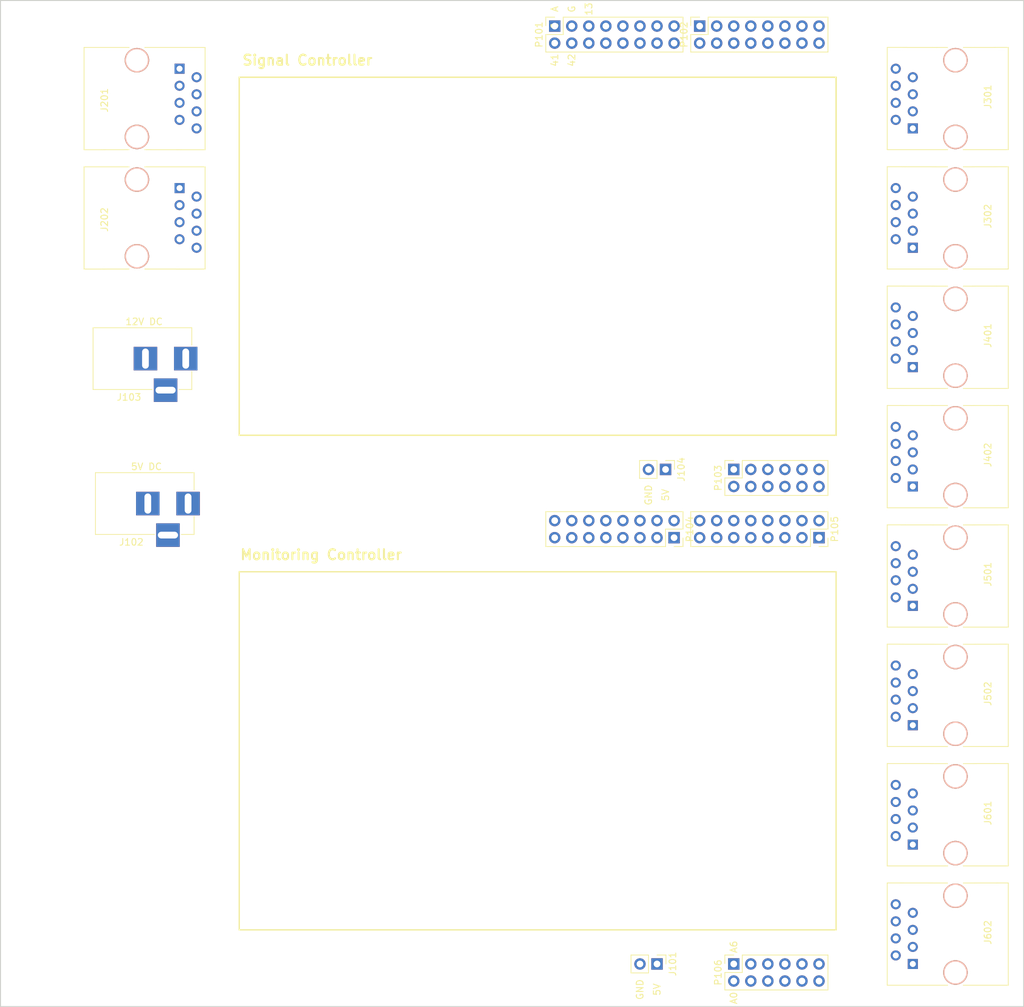
<source format=kicad_pcb>
(kicad_pcb (version 4) (host pcbnew 4.0.7)

  (general
    (links 48)
    (no_connects 48)
    (area 22.784999 16.434999 175.335001 166.445001)
    (thickness 1.6)
    (drawings 18)
    (tracks 0)
    (zones 0)
    (modules 20)
    (nets 131)
  )

  (page A4)
  (layers
    (0 F.Cu signal)
    (31 B.Cu signal)
    (32 B.Adhes user)
    (33 F.Adhes user)
    (34 B.Paste user)
    (35 F.Paste user)
    (36 B.SilkS user)
    (37 F.SilkS user)
    (38 B.Mask user)
    (39 F.Mask user)
    (40 Dwgs.User user)
    (41 Cmts.User user)
    (42 Eco1.User user)
    (43 Eco2.User user)
    (44 Edge.Cuts user)
    (45 Margin user)
    (46 B.CrtYd user)
    (47 F.CrtYd user)
    (48 B.Fab user)
    (49 F.Fab user)
  )

  (setup
    (last_trace_width 1)
    (trace_clearance 0.4)
    (zone_clearance 0.508)
    (zone_45_only no)
    (trace_min 0.2)
    (segment_width 0.2)
    (edge_width 0.15)
    (via_size 1.5)
    (via_drill 0.8)
    (via_min_size 0.4)
    (via_min_drill 0.3)
    (uvia_size 0.3)
    (uvia_drill 0.1)
    (uvias_allowed no)
    (uvia_min_size 0.2)
    (uvia_min_drill 0.1)
    (pcb_text_width 0.3)
    (pcb_text_size 1.5 1.5)
    (mod_edge_width 0.15)
    (mod_text_size 1 1)
    (mod_text_width 0.15)
    (pad_size 1.524 1.524)
    (pad_drill 0.762)
    (pad_to_mask_clearance 0.2)
    (aux_axis_origin 0 0)
    (visible_elements 7FFFEFFF)
    (pcbplotparams
      (layerselection 0x00030_80000001)
      (usegerberextensions false)
      (excludeedgelayer true)
      (linewidth 0.100000)
      (plotframeref false)
      (viasonmask false)
      (mode 1)
      (useauxorigin false)
      (hpglpennumber 1)
      (hpglpenspeed 20)
      (hpglpendiameter 15)
      (hpglpenoverlay 2)
      (psnegative false)
      (psa4output false)
      (plotreference true)
      (plotvalue true)
      (plotinvisibletext false)
      (padsonsilk false)
      (subtractmaskfromsilk false)
      (outputformat 1)
      (mirror false)
      (drillshape 1)
      (scaleselection 1)
      (outputdirectory ""))
  )

  (net 0 "")
  (net 1 ARD_TEMP_HB)
  (net 2 ARD_PWM_1)
  (net 3 ARD_PWM_3)
  (net 4 ARD_PWM_2)
  (net 5 ARD_PWM_4)
  (net 6 ARD_TEMP_A)
  (net 7 ARD_5V)
  (net 8 ARD_GND)
  (net 9 DC_IN)
  (net 10 DC_GND)
  (net 11 ARD_PWM_5)
  (net 12 ARD_PWM_6)
  (net 13 ARD_PWM_7)
  (net 14 ARD_PWM_8)
  (net 15 ARD_HBRIDGE_A)
  (net 16 ARD_HBRIDGE_B)
  (net 17 ARD_PWM_9)
  (net 18 ARD_PWM_10)
  (net 19 ARD_PWM_11)
  (net 20 ARD_PWM_12)
  (net 21 ARD_PWM_13)
  (net 22 ARD_PWM_14)
  (net 23 ARD_PWM_15)
  (net 24 ARD_PWM_16)
  (net 25 ARD_TEMP_E)
  (net 26 ARD_TEMP_D)
  (net 27 ARD_TEMP_C)
  (net 28 ARD_TEMP_B)
  (net 29 "Net-(J201-Pad1)")
  (net 30 "Net-(J201-Pad2)")
  (net 31 "Net-(J201-Pad3)")
  (net 32 "Net-(J201-Pad4)")
  (net 33 "Net-(J201-Pad5)")
  (net 34 "Net-(J202-Pad7)")
  (net 35 "Net-(J202-Pad8)")
  (net 36 "Net-(J301-Pad1)")
  (net 37 "Net-(J301-Pad2)")
  (net 38 "Net-(J301-Pad3)")
  (net 39 "Net-(J301-Pad4)")
  (net 40 "Net-(J301-Pad5)")
  (net 41 "Net-(J302-Pad7)")
  (net 42 "Net-(J302-Pad8)")
  (net 43 "Net-(J401-Pad1)")
  (net 44 "Net-(J401-Pad2)")
  (net 45 "Net-(J401-Pad3)")
  (net 46 "Net-(J401-Pad4)")
  (net 47 "Net-(J401-Pad5)")
  (net 48 "Net-(J402-Pad7)")
  (net 49 "Net-(J402-Pad8)")
  (net 50 "Net-(J501-Pad1)")
  (net 51 "Net-(J501-Pad2)")
  (net 52 "Net-(J501-Pad3)")
  (net 53 "Net-(J501-Pad4)")
  (net 54 "Net-(J501-Pad5)")
  (net 55 "Net-(J502-Pad7)")
  (net 56 "Net-(J502-Pad8)")
  (net 57 "Net-(J601-Pad1)")
  (net 58 "Net-(J601-Pad2)")
  (net 59 "Net-(J601-Pad3)")
  (net 60 "Net-(J601-Pad4)")
  (net 61 "Net-(J601-Pad5)")
  (net 62 "Net-(J602-Pad7)")
  (net 63 "Net-(J602-Pad8)")
  (net 64 "Net-(P101-Pad1)")
  (net 65 "Net-(P101-Pad10)")
  (net 66 "Net-(P101-Pad12)")
  (net 67 "Net-(P101-Pad14)")
  (net 68 "Net-(P102-Pad8)")
  (net 69 "Net-(P102-Pad13)")
  (net 70 "Net-(P102-Pad15)")
  (net 71 "Net-(P103-Pad1)")
  (net 72 "Net-(P103-Pad2)")
  (net 73 "Net-(P103-Pad3)")
  (net 74 "Net-(P103-Pad4)")
  (net 75 "Net-(P103-Pad5)")
  (net 76 "Net-(P103-Pad6)")
  (net 77 "Net-(P103-Pad7)")
  (net 78 "Net-(P103-Pad8)")
  (net 79 "Net-(P103-Pad9)")
  (net 80 "Net-(P103-Pad10)")
  (net 81 "Net-(P103-Pad11)")
  (net 82 "Net-(P103-Pad12)")
  (net 83 "Net-(P104-Pad1)")
  (net 84 "Net-(P104-Pad2)")
  (net 85 "Net-(P104-Pad3)")
  (net 86 "Net-(P104-Pad4)")
  (net 87 "Net-(P104-Pad5)")
  (net 88 "Net-(P104-Pad6)")
  (net 89 "Net-(P104-Pad7)")
  (net 90 "Net-(P104-Pad8)")
  (net 91 "Net-(P104-Pad9)")
  (net 92 "Net-(P104-Pad10)")
  (net 93 "Net-(P104-Pad11)")
  (net 94 "Net-(P104-Pad12)")
  (net 95 "Net-(P104-Pad13)")
  (net 96 "Net-(P104-Pad14)")
  (net 97 "Net-(P104-Pad15)")
  (net 98 "Net-(P104-Pad16)")
  (net 99 "Net-(P105-Pad1)")
  (net 100 "Net-(P105-Pad2)")
  (net 101 "Net-(P105-Pad3)")
  (net 102 "Net-(P105-Pad4)")
  (net 103 "Net-(P105-Pad5)")
  (net 104 "Net-(P105-Pad6)")
  (net 105 "Net-(P105-Pad7)")
  (net 106 "Net-(P105-Pad8)")
  (net 107 "Net-(P105-Pad9)")
  (net 108 "Net-(P105-Pad10)")
  (net 109 "Net-(P105-Pad11)")
  (net 110 "Net-(P105-Pad12)")
  (net 111 "Net-(P105-Pad13)")
  (net 112 "Net-(P105-Pad14)")
  (net 113 "Net-(P105-Pad15)")
  (net 114 "Net-(P105-Pad16)")
  (net 115 "Net-(P106-Pad1)")
  (net 116 "Net-(P106-Pad3)")
  (net 117 "Net-(P106-Pad5)")
  (net 118 "Net-(P101-Pad3)")
  (net 119 "Net-(P101-Pad6)")
  (net 120 "Net-(P101-Pad8)")
  (net 121 "Net-(P101-Pad16)")
  (net 122 "Net-(P102-Pad2)")
  (net 123 "Net-(P102-Pad4)")
  (net 124 "Net-(P102-Pad6)")
  (net 125 "Net-(P106-Pad7)")
  (net 126 "Net-(P106-Pad9)")
  (net 127 "Net-(P106-Pad11)")
  (net 128 "Net-(J103-Pad3)")
  (net 129 "Net-(J102-Pad3)")
  (net 130 "Net-(J101-Pad1)")

  (net_class Default "This is the default net class."
    (clearance 0.4)
    (trace_width 1)
    (via_dia 1.5)
    (via_drill 0.8)
    (uvia_dia 0.3)
    (uvia_drill 0.1)
    (add_net ARD_5V)
    (add_net ARD_GND)
    (add_net ARD_HBRIDGE_A)
    (add_net ARD_HBRIDGE_B)
    (add_net ARD_PWM_1)
    (add_net ARD_PWM_10)
    (add_net ARD_PWM_11)
    (add_net ARD_PWM_12)
    (add_net ARD_PWM_13)
    (add_net ARD_PWM_14)
    (add_net ARD_PWM_15)
    (add_net ARD_PWM_16)
    (add_net ARD_PWM_2)
    (add_net ARD_PWM_3)
    (add_net ARD_PWM_4)
    (add_net ARD_PWM_5)
    (add_net ARD_PWM_6)
    (add_net ARD_PWM_7)
    (add_net ARD_PWM_8)
    (add_net ARD_PWM_9)
    (add_net ARD_TEMP_A)
    (add_net ARD_TEMP_B)
    (add_net ARD_TEMP_C)
    (add_net ARD_TEMP_D)
    (add_net ARD_TEMP_E)
    (add_net ARD_TEMP_HB)
    (add_net DC_GND)
    (add_net DC_IN)
    (add_net "Net-(J101-Pad1)")
    (add_net "Net-(J102-Pad3)")
    (add_net "Net-(J103-Pad3)")
    (add_net "Net-(J201-Pad1)")
    (add_net "Net-(J201-Pad2)")
    (add_net "Net-(J201-Pad3)")
    (add_net "Net-(J201-Pad4)")
    (add_net "Net-(J201-Pad5)")
    (add_net "Net-(J202-Pad7)")
    (add_net "Net-(J202-Pad8)")
    (add_net "Net-(J301-Pad1)")
    (add_net "Net-(J301-Pad2)")
    (add_net "Net-(J301-Pad3)")
    (add_net "Net-(J301-Pad4)")
    (add_net "Net-(J301-Pad5)")
    (add_net "Net-(J302-Pad7)")
    (add_net "Net-(J302-Pad8)")
    (add_net "Net-(J401-Pad1)")
    (add_net "Net-(J401-Pad2)")
    (add_net "Net-(J401-Pad3)")
    (add_net "Net-(J401-Pad4)")
    (add_net "Net-(J401-Pad5)")
    (add_net "Net-(J402-Pad7)")
    (add_net "Net-(J402-Pad8)")
    (add_net "Net-(J501-Pad1)")
    (add_net "Net-(J501-Pad2)")
    (add_net "Net-(J501-Pad3)")
    (add_net "Net-(J501-Pad4)")
    (add_net "Net-(J501-Pad5)")
    (add_net "Net-(J502-Pad7)")
    (add_net "Net-(J502-Pad8)")
    (add_net "Net-(J601-Pad1)")
    (add_net "Net-(J601-Pad2)")
    (add_net "Net-(J601-Pad3)")
    (add_net "Net-(J601-Pad4)")
    (add_net "Net-(J601-Pad5)")
    (add_net "Net-(J602-Pad7)")
    (add_net "Net-(J602-Pad8)")
    (add_net "Net-(P101-Pad1)")
    (add_net "Net-(P101-Pad10)")
    (add_net "Net-(P101-Pad12)")
    (add_net "Net-(P101-Pad14)")
    (add_net "Net-(P101-Pad16)")
    (add_net "Net-(P101-Pad3)")
    (add_net "Net-(P101-Pad6)")
    (add_net "Net-(P101-Pad8)")
    (add_net "Net-(P102-Pad13)")
    (add_net "Net-(P102-Pad15)")
    (add_net "Net-(P102-Pad2)")
    (add_net "Net-(P102-Pad4)")
    (add_net "Net-(P102-Pad6)")
    (add_net "Net-(P102-Pad8)")
    (add_net "Net-(P103-Pad1)")
    (add_net "Net-(P103-Pad10)")
    (add_net "Net-(P103-Pad11)")
    (add_net "Net-(P103-Pad12)")
    (add_net "Net-(P103-Pad2)")
    (add_net "Net-(P103-Pad3)")
    (add_net "Net-(P103-Pad4)")
    (add_net "Net-(P103-Pad5)")
    (add_net "Net-(P103-Pad6)")
    (add_net "Net-(P103-Pad7)")
    (add_net "Net-(P103-Pad8)")
    (add_net "Net-(P103-Pad9)")
    (add_net "Net-(P104-Pad1)")
    (add_net "Net-(P104-Pad10)")
    (add_net "Net-(P104-Pad11)")
    (add_net "Net-(P104-Pad12)")
    (add_net "Net-(P104-Pad13)")
    (add_net "Net-(P104-Pad14)")
    (add_net "Net-(P104-Pad15)")
    (add_net "Net-(P104-Pad16)")
    (add_net "Net-(P104-Pad2)")
    (add_net "Net-(P104-Pad3)")
    (add_net "Net-(P104-Pad4)")
    (add_net "Net-(P104-Pad5)")
    (add_net "Net-(P104-Pad6)")
    (add_net "Net-(P104-Pad7)")
    (add_net "Net-(P104-Pad8)")
    (add_net "Net-(P104-Pad9)")
    (add_net "Net-(P105-Pad1)")
    (add_net "Net-(P105-Pad10)")
    (add_net "Net-(P105-Pad11)")
    (add_net "Net-(P105-Pad12)")
    (add_net "Net-(P105-Pad13)")
    (add_net "Net-(P105-Pad14)")
    (add_net "Net-(P105-Pad15)")
    (add_net "Net-(P105-Pad16)")
    (add_net "Net-(P105-Pad2)")
    (add_net "Net-(P105-Pad3)")
    (add_net "Net-(P105-Pad4)")
    (add_net "Net-(P105-Pad5)")
    (add_net "Net-(P105-Pad6)")
    (add_net "Net-(P105-Pad7)")
    (add_net "Net-(P105-Pad8)")
    (add_net "Net-(P105-Pad9)")
    (add_net "Net-(P106-Pad1)")
    (add_net "Net-(P106-Pad11)")
    (add_net "Net-(P106-Pad3)")
    (add_net "Net-(P106-Pad5)")
    (add_net "Net-(P106-Pad7)")
    (add_net "Net-(P106-Pad9)")
  )

  (module Socket_Strips:Socket_Strip_Straight_2x08_Pitch2.54mm (layer F.Cu) (tedit 5A2EC927) (tstamp 5A2EB8CE)
    (at 105.41 20.32 90)
    (descr "Through hole straight socket strip, 2x08, 2.54mm pitch, double rows")
    (tags "Through hole socket strip THT 2x08 2.54mm double row")
    (path /599F28C2)
    (fp_text reference P101 (at -1.27 -2.33 90) (layer F.SilkS)
      (effects (font (size 1 1) (thickness 0.15)))
    )
    (fp_text value Digital (at -1.27 20.11 90) (layer F.Fab)
      (effects (font (size 1 1) (thickness 0.15)))
    )
    (fp_text user 42 (at -5.08 2.54 90) (layer F.SilkS)
      (effects (font (size 1 1) (thickness 0.15)))
    )
    (fp_text user 41 (at -5.08 0 90) (layer F.SilkS)
      (effects (font (size 1 1) (thickness 0.15)))
    )
    (fp_text user 13 (at 2.54 5.08 90) (layer F.SilkS)
      (effects (font (size 1 1) (thickness 0.15)))
    )
    (fp_text user G (at 2.54 2.54 90) (layer F.SilkS)
      (effects (font (size 1 1) (thickness 0.15)))
    )
    (fp_text user G (at 0 0 90) (layer F.SilkS)
      (effects (font (size 1 1) (thickness 0.15)))
    )
    (fp_text user A (at 2.54 0 90) (layer F.SilkS)
      (effects (font (size 1 1) (thickness 0.15)))
    )
    (fp_line (start -3.81 -1.27) (end -3.81 19.05) (layer F.Fab) (width 0.1))
    (fp_line (start -3.81 19.05) (end 1.27 19.05) (layer F.Fab) (width 0.1))
    (fp_line (start 1.27 19.05) (end 1.27 -1.27) (layer F.Fab) (width 0.1))
    (fp_line (start 1.27 -1.27) (end -3.81 -1.27) (layer F.Fab) (width 0.1))
    (fp_line (start 1.33 1.27) (end 1.33 19.11) (layer F.SilkS) (width 0.12))
    (fp_line (start 1.33 19.11) (end -3.87 19.11) (layer F.SilkS) (width 0.12))
    (fp_line (start -3.87 19.11) (end -3.87 -1.33) (layer F.SilkS) (width 0.12))
    (fp_line (start -3.87 -1.33) (end -1.27 -1.33) (layer F.SilkS) (width 0.12))
    (fp_line (start -1.27 -1.33) (end -1.27 1.27) (layer F.SilkS) (width 0.12))
    (fp_line (start -1.27 1.27) (end 1.33 1.27) (layer F.SilkS) (width 0.12))
    (fp_line (start 1.33 0) (end 1.33 -1.33) (layer F.SilkS) (width 0.12))
    (fp_line (start 1.33 -1.33) (end 0.06 -1.33) (layer F.SilkS) (width 0.12))
    (fp_line (start -4.35 -1.8) (end -4.35 19.55) (layer F.CrtYd) (width 0.05))
    (fp_line (start -4.35 19.55) (end 1.8 19.55) (layer F.CrtYd) (width 0.05))
    (fp_line (start 1.8 19.55) (end 1.8 -1.8) (layer F.CrtYd) (width 0.05))
    (fp_line (start 1.8 -1.8) (end -4.35 -1.8) (layer F.CrtYd) (width 0.05))
    (fp_text user %R (at -1.27 -2.33 90) (layer F.Fab)
      (effects (font (size 1 1) (thickness 0.15)))
    )
    (pad 1 thru_hole rect (at 0 0 90) (size 1.7 1.7) (drill 1) (layers *.Cu *.Mask)
      (net 64 "Net-(P101-Pad1)"))
    (pad 2 thru_hole oval (at -2.54 0 90) (size 1.7 1.7) (drill 1) (layers *.Cu *.Mask)
      (net 15 ARD_HBRIDGE_A))
    (pad 3 thru_hole oval (at 0 2.54 90) (size 1.7 1.7) (drill 1) (layers *.Cu *.Mask)
      (net 118 "Net-(P101-Pad3)"))
    (pad 4 thru_hole oval (at -2.54 2.54 90) (size 1.7 1.7) (drill 1) (layers *.Cu *.Mask)
      (net 16 ARD_HBRIDGE_B))
    (pad 5 thru_hole oval (at 0 5.08 90) (size 1.7 1.7) (drill 1) (layers *.Cu *.Mask)
      (net 20 ARD_PWM_12))
    (pad 6 thru_hole oval (at -2.54 5.08 90) (size 1.7 1.7) (drill 1) (layers *.Cu *.Mask)
      (net 119 "Net-(P101-Pad6)"))
    (pad 7 thru_hole oval (at 0 7.62 90) (size 1.7 1.7) (drill 1) (layers *.Cu *.Mask)
      (net 19 ARD_PWM_11))
    (pad 8 thru_hole oval (at -2.54 7.62 90) (size 1.7 1.7) (drill 1) (layers *.Cu *.Mask)
      (net 120 "Net-(P101-Pad8)"))
    (pad 9 thru_hole oval (at 0 10.16 90) (size 1.7 1.7) (drill 1) (layers *.Cu *.Mask)
      (net 18 ARD_PWM_10))
    (pad 10 thru_hole oval (at -2.54 10.16 90) (size 1.7 1.7) (drill 1) (layers *.Cu *.Mask)
      (net 65 "Net-(P101-Pad10)"))
    (pad 11 thru_hole oval (at 0 12.7 90) (size 1.7 1.7) (drill 1) (layers *.Cu *.Mask)
      (net 17 ARD_PWM_9))
    (pad 12 thru_hole oval (at -2.54 12.7 90) (size 1.7 1.7) (drill 1) (layers *.Cu *.Mask)
      (net 66 "Net-(P101-Pad12)"))
    (pad 13 thru_hole oval (at 0 15.24 90) (size 1.7 1.7) (drill 1) (layers *.Cu *.Mask)
      (net 14 ARD_PWM_8))
    (pad 14 thru_hole oval (at -2.54 15.24 90) (size 1.7 1.7) (drill 1) (layers *.Cu *.Mask)
      (net 67 "Net-(P101-Pad14)"))
    (pad 15 thru_hole oval (at 0 17.78 90) (size 1.7 1.7) (drill 1) (layers *.Cu *.Mask)
      (net 13 ARD_PWM_7))
    (pad 16 thru_hole oval (at -2.54 17.78 90) (size 1.7 1.7) (drill 1) (layers *.Cu *.Mask)
      (net 121 "Net-(P101-Pad16)"))
    (model ${KISYS3DMOD}/Socket_Strips.3dshapes/Socket_Strip_Straight_2x08_Pitch2.54mm.wrl
      (at (xyz -0.05 -0.35 0))
      (scale (xyz 1 1 1))
      (rotate (xyz 0 0 270))
    )
  )

  (module Socket_Strips:Socket_Strip_Straight_2x06_Pitch2.54mm (layer F.Cu) (tedit 5A2EC839) (tstamp 5A2EB97F)
    (at 132.08 160.02 90)
    (descr "Through hole straight socket strip, 2x06, 2.54mm pitch, double rows")
    (tags "Through hole socket strip THT 2x06 2.54mm double row")
    (path /599F771D)
    (fp_text reference P106 (at -1.27 -2.33 90) (layer F.SilkS)
      (effects (font (size 1 1) (thickness 0.15)))
    )
    (fp_text value Analog (at -1.27 15.03 90) (layer F.Fab)
      (effects (font (size 1 1) (thickness 0.15)))
    )
    (fp_text user A0 (at -5.08 0 90) (layer F.SilkS)
      (effects (font (size 1 1) (thickness 0.15)))
    )
    (fp_text user A6 (at 2.54 0 90) (layer F.SilkS)
      (effects (font (size 1 1) (thickness 0.15)))
    )
    (fp_line (start -3.81 -1.27) (end -3.81 13.97) (layer F.Fab) (width 0.1))
    (fp_line (start -3.81 13.97) (end 1.27 13.97) (layer F.Fab) (width 0.1))
    (fp_line (start 1.27 13.97) (end 1.27 -1.27) (layer F.Fab) (width 0.1))
    (fp_line (start 1.27 -1.27) (end -3.81 -1.27) (layer F.Fab) (width 0.1))
    (fp_line (start 1.33 1.27) (end 1.33 14.03) (layer F.SilkS) (width 0.12))
    (fp_line (start 1.33 14.03) (end -3.87 14.03) (layer F.SilkS) (width 0.12))
    (fp_line (start -3.87 14.03) (end -3.87 -1.33) (layer F.SilkS) (width 0.12))
    (fp_line (start -3.87 -1.33) (end -1.27 -1.33) (layer F.SilkS) (width 0.12))
    (fp_line (start -1.27 -1.33) (end -1.27 1.27) (layer F.SilkS) (width 0.12))
    (fp_line (start -1.27 1.27) (end 1.33 1.27) (layer F.SilkS) (width 0.12))
    (fp_line (start 1.33 0) (end 1.33 -1.33) (layer F.SilkS) (width 0.12))
    (fp_line (start 1.33 -1.33) (end 0.06 -1.33) (layer F.SilkS) (width 0.12))
    (fp_line (start -4.35 -1.8) (end -4.35 14.5) (layer F.CrtYd) (width 0.05))
    (fp_line (start -4.35 14.5) (end 1.8 14.5) (layer F.CrtYd) (width 0.05))
    (fp_line (start 1.8 14.5) (end 1.8 -1.8) (layer F.CrtYd) (width 0.05))
    (fp_line (start 1.8 -1.8) (end -4.35 -1.8) (layer F.CrtYd) (width 0.05))
    (fp_text user %R (at -1.27 -2.33 90) (layer F.Fab)
      (effects (font (size 1 1) (thickness 0.15)))
    )
    (pad 1 thru_hole rect (at 0 0 90) (size 1.7 1.7) (drill 1) (layers *.Cu *.Mask)
      (net 115 "Net-(P106-Pad1)"))
    (pad 2 thru_hole oval (at -2.54 0 90) (size 1.7 1.7) (drill 1) (layers *.Cu *.Mask)
      (net 1 ARD_TEMP_HB))
    (pad 3 thru_hole oval (at 0 2.54 90) (size 1.7 1.7) (drill 1) (layers *.Cu *.Mask)
      (net 116 "Net-(P106-Pad3)"))
    (pad 4 thru_hole oval (at -2.54 2.54 90) (size 1.7 1.7) (drill 1) (layers *.Cu *.Mask)
      (net 6 ARD_TEMP_A))
    (pad 5 thru_hole oval (at 0 5.08 90) (size 1.7 1.7) (drill 1) (layers *.Cu *.Mask)
      (net 117 "Net-(P106-Pad5)"))
    (pad 6 thru_hole oval (at -2.54 5.08 90) (size 1.7 1.7) (drill 1) (layers *.Cu *.Mask)
      (net 28 ARD_TEMP_B))
    (pad 7 thru_hole oval (at 0 7.62 90) (size 1.7 1.7) (drill 1) (layers *.Cu *.Mask)
      (net 125 "Net-(P106-Pad7)"))
    (pad 8 thru_hole oval (at -2.54 7.62 90) (size 1.7 1.7) (drill 1) (layers *.Cu *.Mask)
      (net 27 ARD_TEMP_C))
    (pad 9 thru_hole oval (at 0 10.16 90) (size 1.7 1.7) (drill 1) (layers *.Cu *.Mask)
      (net 126 "Net-(P106-Pad9)"))
    (pad 10 thru_hole oval (at -2.54 10.16 90) (size 1.7 1.7) (drill 1) (layers *.Cu *.Mask)
      (net 26 ARD_TEMP_D))
    (pad 11 thru_hole oval (at 0 12.7 90) (size 1.7 1.7) (drill 1) (layers *.Cu *.Mask)
      (net 127 "Net-(P106-Pad11)"))
    (pad 12 thru_hole oval (at -2.54 12.7 90) (size 1.7 1.7) (drill 1) (layers *.Cu *.Mask)
      (net 25 ARD_TEMP_E))
    (model ${KISYS3DMOD}/Socket_Strips.3dshapes/Socket_Strip_Straight_2x06_Pitch2.54mm.wrl
      (at (xyz -0.05 -0.25 0))
      (scale (xyz 1 1 1))
      (rotate (xyz 0 0 270))
    )
  )

  (module Socket_Strips:Socket_Strip_Straight_1x02_Pitch2.54mm (layer F.Cu) (tedit 5A2EC68F) (tstamp 5A2EB7A4)
    (at 120.65 160.02 270)
    (descr "Through hole straight socket strip, 1x02, 2.54mm pitch, single row")
    (tags "Through hole socket strip THT 1x02 2.54mm single row")
    (path /599F9F17)
    (fp_text reference J101 (at 0 -2.33 270) (layer F.SilkS)
      (effects (font (size 1 1) (thickness 0.15)))
    )
    (fp_text value ARD_MONITOR (at 0 4.87 270) (layer F.Fab)
      (effects (font (size 1 1) (thickness 0.15)))
    )
    (fp_text user 5V (at 3.81 0 270) (layer F.SilkS)
      (effects (font (size 1 1) (thickness 0.15)))
    )
    (fp_text user GND (at 3.81 2.54 270) (layer F.SilkS)
      (effects (font (size 1 1) (thickness 0.15)))
    )
    (fp_line (start -1.27 -1.27) (end -1.27 3.81) (layer F.Fab) (width 0.1))
    (fp_line (start -1.27 3.81) (end 1.27 3.81) (layer F.Fab) (width 0.1))
    (fp_line (start 1.27 3.81) (end 1.27 -1.27) (layer F.Fab) (width 0.1))
    (fp_line (start 1.27 -1.27) (end -1.27 -1.27) (layer F.Fab) (width 0.1))
    (fp_line (start -1.33 1.27) (end -1.33 3.87) (layer F.SilkS) (width 0.12))
    (fp_line (start -1.33 3.87) (end 1.33 3.87) (layer F.SilkS) (width 0.12))
    (fp_line (start 1.33 3.87) (end 1.33 1.27) (layer F.SilkS) (width 0.12))
    (fp_line (start 1.33 1.27) (end -1.33 1.27) (layer F.SilkS) (width 0.12))
    (fp_line (start -1.33 0) (end -1.33 -1.33) (layer F.SilkS) (width 0.12))
    (fp_line (start -1.33 -1.33) (end 0 -1.33) (layer F.SilkS) (width 0.12))
    (fp_line (start -1.8 -1.8) (end -1.8 4.35) (layer F.CrtYd) (width 0.05))
    (fp_line (start -1.8 4.35) (end 1.8 4.35) (layer F.CrtYd) (width 0.05))
    (fp_line (start 1.8 4.35) (end 1.8 -1.8) (layer F.CrtYd) (width 0.05))
    (fp_line (start 1.8 -1.8) (end -1.8 -1.8) (layer F.CrtYd) (width 0.05))
    (fp_text user %R (at 0 -2.33 270) (layer F.Fab)
      (effects (font (size 1 1) (thickness 0.15)))
    )
    (pad 1 thru_hole rect (at 0 0 270) (size 1.7 1.7) (drill 1) (layers *.Cu *.Mask)
      (net 130 "Net-(J101-Pad1)"))
    (pad 2 thru_hole oval (at 0 2.54 270) (size 1.7 1.7) (drill 1) (layers *.Cu *.Mask)
      (net 8 ARD_GND))
    (model ${KISYS3DMOD}/Socket_Strips.3dshapes/Socket_Strip_Straight_1x02_Pitch2.54mm.wrl
      (at (xyz 0 -0.05 0))
      (scale (xyz 1 1 1))
      (rotate (xyz 0 0 270))
    )
  )

  (module Socket_Strips:Socket_Strip_Straight_1x02_Pitch2.54mm (layer F.Cu) (tedit 5A2EC674) (tstamp 5A2EC676)
    (at 121.92 86.36 270)
    (descr "Through hole straight socket strip, 1x02, 2.54mm pitch, single row")
    (tags "Through hole socket strip THT 1x02 2.54mm single row")
    (path /5A31287D)
    (fp_text reference J104 (at 0 -2.33 270) (layer F.SilkS)
      (effects (font (size 1 1) (thickness 0.15)))
    )
    (fp_text value ARD_CONTROL (at 0 4.87 270) (layer F.Fab)
      (effects (font (size 1 1) (thickness 0.15)))
    )
    (fp_text user 5V (at 3.81 0 270) (layer F.SilkS)
      (effects (font (size 1 1) (thickness 0.15)))
    )
    (fp_text user GND (at 3.81 2.54 270) (layer F.SilkS)
      (effects (font (size 1 1) (thickness 0.15)))
    )
    (fp_line (start -1.27 -1.27) (end -1.27 3.81) (layer F.Fab) (width 0.1))
    (fp_line (start -1.27 3.81) (end 1.27 3.81) (layer F.Fab) (width 0.1))
    (fp_line (start 1.27 3.81) (end 1.27 -1.27) (layer F.Fab) (width 0.1))
    (fp_line (start 1.27 -1.27) (end -1.27 -1.27) (layer F.Fab) (width 0.1))
    (fp_line (start -1.33 1.27) (end -1.33 3.87) (layer F.SilkS) (width 0.12))
    (fp_line (start -1.33 3.87) (end 1.33 3.87) (layer F.SilkS) (width 0.12))
    (fp_line (start 1.33 3.87) (end 1.33 1.27) (layer F.SilkS) (width 0.12))
    (fp_line (start 1.33 1.27) (end -1.33 1.27) (layer F.SilkS) (width 0.12))
    (fp_line (start -1.33 0) (end -1.33 -1.33) (layer F.SilkS) (width 0.12))
    (fp_line (start -1.33 -1.33) (end 0 -1.33) (layer F.SilkS) (width 0.12))
    (fp_line (start -1.8 -1.8) (end -1.8 4.35) (layer F.CrtYd) (width 0.05))
    (fp_line (start -1.8 4.35) (end 1.8 4.35) (layer F.CrtYd) (width 0.05))
    (fp_line (start 1.8 4.35) (end 1.8 -1.8) (layer F.CrtYd) (width 0.05))
    (fp_line (start 1.8 -1.8) (end -1.8 -1.8) (layer F.CrtYd) (width 0.05))
    (fp_text user %R (at 0 -2.33 270) (layer F.Fab)
      (effects (font (size 1 1) (thickness 0.15)))
    )
    (pad 1 thru_hole rect (at 0 0 270) (size 1.7 1.7) (drill 1) (layers *.Cu *.Mask)
      (net 130 "Net-(J101-Pad1)"))
    (pad 2 thru_hole oval (at 0 2.54 270) (size 1.7 1.7) (drill 1) (layers *.Cu *.Mask)
      (net 8 ARD_GND))
    (model ${KISYS3DMOD}/Socket_Strips.3dshapes/Socket_Strip_Straight_1x02_Pitch2.54mm.wrl
      (at (xyz 0 -0.05 0))
      (scale (xyz 1 1 1))
      (rotate (xyz 0 0 270))
    )
  )

  (module PartsLibraries:RJ45 (layer F.Cu) (tedit 59511D7C) (tstamp 5A2EB7D1)
    (at 49.53 26.67 270)
    (tags RJ45)
    (path /5A2F1991/5A2E9F01)
    (fp_text reference J201 (at 4.7 11.18 270) (layer F.SilkS)
      (effects (font (size 1 1) (thickness 0.15)))
    )
    (fp_text value RJ45 (at 4.59 6.25 270) (layer F.Fab)
      (effects (font (size 1 1) (thickness 0.15)))
    )
    (fp_line (start -3.17 14.22) (end 12.07 14.22) (layer F.SilkS) (width 0.12))
    (fp_line (start 12.07 -3.81) (end 12.06 5.18) (layer F.SilkS) (width 0.12))
    (fp_line (start 12.07 -3.81) (end -3.17 -3.81) (layer F.SilkS) (width 0.12))
    (fp_line (start -3.17 -3.81) (end -3.17 5.19) (layer F.SilkS) (width 0.12))
    (fp_line (start 12.06 7.52) (end 12.07 14.22) (layer F.SilkS) (width 0.12))
    (fp_line (start -3.17 7.51) (end -3.17 14.22) (layer F.SilkS) (width 0.12))
    (fp_line (start -3.56 -4.06) (end 12.46 -4.06) (layer F.CrtYd) (width 0.05))
    (fp_line (start -3.56 -4.06) (end -3.56 14.47) (layer F.CrtYd) (width 0.05))
    (fp_line (start 12.46 14.47) (end 12.46 -4.06) (layer F.CrtYd) (width 0.05))
    (fp_line (start 12.46 14.47) (end -3.56 14.47) (layer F.CrtYd) (width 0.05))
    (pad "" np_thru_hole circle (at 10.16 6.35 270) (size 3.65 3.65) (drill 3.25) (layers *.Cu *.SilkS *.Mask))
    (pad "" np_thru_hole circle (at -1.27 6.35 270) (size 3.65 3.65) (drill 3.25) (layers *.Cu *.SilkS *.Mask))
    (pad 1 thru_hole rect (at 0 0 270) (size 1.5 1.5) (drill 0.9) (layers *.Cu *.Mask)
      (net 29 "Net-(J201-Pad1)"))
    (pad 2 thru_hole circle (at 1.27 -2.54 270) (size 1.5 1.5) (drill 0.9) (layers *.Cu *.Mask)
      (net 30 "Net-(J201-Pad2)"))
    (pad 3 thru_hole circle (at 2.54 0 270) (size 1.5 1.5) (drill 0.9) (layers *.Cu *.Mask)
      (net 31 "Net-(J201-Pad3)"))
    (pad 4 thru_hole circle (at 3.81 -2.54 270) (size 1.5 1.5) (drill 0.9) (layers *.Cu *.Mask)
      (net 32 "Net-(J201-Pad4)"))
    (pad 5 thru_hole circle (at 5.08 0 270) (size 1.5 1.5) (drill 0.9) (layers *.Cu *.Mask)
      (net 33 "Net-(J201-Pad5)"))
    (pad 6 thru_hole circle (at 6.35 -2.54 270) (size 1.5 1.5) (drill 0.9) (layers *.Cu *.Mask)
      (net 1 ARD_TEMP_HB))
    (pad 7 thru_hole circle (at 7.62 0 270) (size 1.5 1.5) (drill 0.9) (layers *.Cu *.Mask)
      (net 7 ARD_5V))
    (pad 8 thru_hole circle (at 8.89 -2.54 270) (size 1.5 1.5) (drill 0.9) (layers *.Cu *.Mask)
      (net 8 ARD_GND))
    (model ../../../../../../Development/multilevelinverter/Hardware/3D/RJ45.wrl
      (at (xyz 0.175 -0.667 0.3))
      (scale (xyz 10 10 10))
      (rotate (xyz 270 0 0))
    )
  )

  (module PartsLibraries:RJ45 (layer F.Cu) (tedit 59511D7C) (tstamp 5A2EB7E9)
    (at 49.53 44.45 270)
    (tags RJ45)
    (path /5A2F1991/5A2E9F0E)
    (fp_text reference J202 (at 4.7 11.18 270) (layer F.SilkS)
      (effects (font (size 1 1) (thickness 0.15)))
    )
    (fp_text value RJ45 (at 4.59 6.25 270) (layer F.Fab)
      (effects (font (size 1 1) (thickness 0.15)))
    )
    (fp_line (start -3.17 14.22) (end 12.07 14.22) (layer F.SilkS) (width 0.12))
    (fp_line (start 12.07 -3.81) (end 12.06 5.18) (layer F.SilkS) (width 0.12))
    (fp_line (start 12.07 -3.81) (end -3.17 -3.81) (layer F.SilkS) (width 0.12))
    (fp_line (start -3.17 -3.81) (end -3.17 5.19) (layer F.SilkS) (width 0.12))
    (fp_line (start 12.06 7.52) (end 12.07 14.22) (layer F.SilkS) (width 0.12))
    (fp_line (start -3.17 7.51) (end -3.17 14.22) (layer F.SilkS) (width 0.12))
    (fp_line (start -3.56 -4.06) (end 12.46 -4.06) (layer F.CrtYd) (width 0.05))
    (fp_line (start -3.56 -4.06) (end -3.56 14.47) (layer F.CrtYd) (width 0.05))
    (fp_line (start 12.46 14.47) (end 12.46 -4.06) (layer F.CrtYd) (width 0.05))
    (fp_line (start 12.46 14.47) (end -3.56 14.47) (layer F.CrtYd) (width 0.05))
    (pad "" np_thru_hole circle (at 10.16 6.35 270) (size 3.65 3.65) (drill 3.25) (layers *.Cu *.SilkS *.Mask))
    (pad "" np_thru_hole circle (at -1.27 6.35 270) (size 3.65 3.65) (drill 3.25) (layers *.Cu *.SilkS *.Mask))
    (pad 1 thru_hole rect (at 0 0 270) (size 1.5 1.5) (drill 0.9) (layers *.Cu *.Mask)
      (net 9 DC_IN))
    (pad 2 thru_hole circle (at 1.27 -2.54 270) (size 1.5 1.5) (drill 0.9) (layers *.Cu *.Mask)
      (net 10 DC_GND))
    (pad 3 thru_hole circle (at 2.54 0 270) (size 1.5 1.5) (drill 0.9) (layers *.Cu *.Mask)
      (net 15 ARD_HBRIDGE_A))
    (pad 4 thru_hole circle (at 3.81 -2.54 270) (size 1.5 1.5) (drill 0.9) (layers *.Cu *.Mask)
      (net 16 ARD_HBRIDGE_B))
    (pad 5 thru_hole circle (at 5.08 0 270) (size 1.5 1.5) (drill 0.9) (layers *.Cu *.Mask)
      (net 16 ARD_HBRIDGE_B))
    (pad 6 thru_hole circle (at 6.35 -2.54 270) (size 1.5 1.5) (drill 0.9) (layers *.Cu *.Mask)
      (net 15 ARD_HBRIDGE_A))
    (pad 7 thru_hole circle (at 7.62 0 270) (size 1.5 1.5) (drill 0.9) (layers *.Cu *.Mask)
      (net 34 "Net-(J202-Pad7)"))
    (pad 8 thru_hole circle (at 8.89 -2.54 270) (size 1.5 1.5) (drill 0.9) (layers *.Cu *.Mask)
      (net 35 "Net-(J202-Pad8)"))
    (model ../../../../../../Development/multilevelinverter/Hardware/3D/RJ45.wrl
      (at (xyz 0.175 -0.667 0.3))
      (scale (xyz 10 10 10))
      (rotate (xyz 270 0 0))
    )
  )

  (module PartsLibraries:RJ45 (layer F.Cu) (tedit 59511D7C) (tstamp 5A2EB801)
    (at 158.75 35.56 90)
    (tags RJ45)
    (path /5A2F08D5/5A2E9F01)
    (fp_text reference J301 (at 4.7 11.18 90) (layer F.SilkS)
      (effects (font (size 1 1) (thickness 0.15)))
    )
    (fp_text value RJ45 (at 4.59 6.25 90) (layer F.Fab)
      (effects (font (size 1 1) (thickness 0.15)))
    )
    (fp_line (start -3.17 14.22) (end 12.07 14.22) (layer F.SilkS) (width 0.12))
    (fp_line (start 12.07 -3.81) (end 12.06 5.18) (layer F.SilkS) (width 0.12))
    (fp_line (start 12.07 -3.81) (end -3.17 -3.81) (layer F.SilkS) (width 0.12))
    (fp_line (start -3.17 -3.81) (end -3.17 5.19) (layer F.SilkS) (width 0.12))
    (fp_line (start 12.06 7.52) (end 12.07 14.22) (layer F.SilkS) (width 0.12))
    (fp_line (start -3.17 7.51) (end -3.17 14.22) (layer F.SilkS) (width 0.12))
    (fp_line (start -3.56 -4.06) (end 12.46 -4.06) (layer F.CrtYd) (width 0.05))
    (fp_line (start -3.56 -4.06) (end -3.56 14.47) (layer F.CrtYd) (width 0.05))
    (fp_line (start 12.46 14.47) (end 12.46 -4.06) (layer F.CrtYd) (width 0.05))
    (fp_line (start 12.46 14.47) (end -3.56 14.47) (layer F.CrtYd) (width 0.05))
    (pad "" np_thru_hole circle (at 10.16 6.35 90) (size 3.65 3.65) (drill 3.25) (layers *.Cu *.SilkS *.Mask))
    (pad "" np_thru_hole circle (at -1.27 6.35 90) (size 3.65 3.65) (drill 3.25) (layers *.Cu *.SilkS *.Mask))
    (pad 1 thru_hole rect (at 0 0 90) (size 1.5 1.5) (drill 0.9) (layers *.Cu *.Mask)
      (net 36 "Net-(J301-Pad1)"))
    (pad 2 thru_hole circle (at 1.27 -2.54 90) (size 1.5 1.5) (drill 0.9) (layers *.Cu *.Mask)
      (net 37 "Net-(J301-Pad2)"))
    (pad 3 thru_hole circle (at 2.54 0 90) (size 1.5 1.5) (drill 0.9) (layers *.Cu *.Mask)
      (net 38 "Net-(J301-Pad3)"))
    (pad 4 thru_hole circle (at 3.81 -2.54 90) (size 1.5 1.5) (drill 0.9) (layers *.Cu *.Mask)
      (net 39 "Net-(J301-Pad4)"))
    (pad 5 thru_hole circle (at 5.08 0 90) (size 1.5 1.5) (drill 0.9) (layers *.Cu *.Mask)
      (net 40 "Net-(J301-Pad5)"))
    (pad 6 thru_hole circle (at 6.35 -2.54 90) (size 1.5 1.5) (drill 0.9) (layers *.Cu *.Mask)
      (net 6 ARD_TEMP_A))
    (pad 7 thru_hole circle (at 7.62 0 90) (size 1.5 1.5) (drill 0.9) (layers *.Cu *.Mask)
      (net 7 ARD_5V))
    (pad 8 thru_hole circle (at 8.89 -2.54 90) (size 1.5 1.5) (drill 0.9) (layers *.Cu *.Mask)
      (net 8 ARD_GND))
    (model ../../../../../../Development/multilevelinverter/Hardware/3D/RJ45.wrl
      (at (xyz 0.175 -0.667 0.3))
      (scale (xyz 10 10 10))
      (rotate (xyz 270 0 0))
    )
  )

  (module PartsLibraries:RJ45 (layer F.Cu) (tedit 59511D7C) (tstamp 5A2EB819)
    (at 158.75 53.34 90)
    (tags RJ45)
    (path /5A2F08D5/5A2E9F0E)
    (fp_text reference J302 (at 4.7 11.18 90) (layer F.SilkS)
      (effects (font (size 1 1) (thickness 0.15)))
    )
    (fp_text value RJ45 (at 4.59 6.25 90) (layer F.Fab)
      (effects (font (size 1 1) (thickness 0.15)))
    )
    (fp_line (start -3.17 14.22) (end 12.07 14.22) (layer F.SilkS) (width 0.12))
    (fp_line (start 12.07 -3.81) (end 12.06 5.18) (layer F.SilkS) (width 0.12))
    (fp_line (start 12.07 -3.81) (end -3.17 -3.81) (layer F.SilkS) (width 0.12))
    (fp_line (start -3.17 -3.81) (end -3.17 5.19) (layer F.SilkS) (width 0.12))
    (fp_line (start 12.06 7.52) (end 12.07 14.22) (layer F.SilkS) (width 0.12))
    (fp_line (start -3.17 7.51) (end -3.17 14.22) (layer F.SilkS) (width 0.12))
    (fp_line (start -3.56 -4.06) (end 12.46 -4.06) (layer F.CrtYd) (width 0.05))
    (fp_line (start -3.56 -4.06) (end -3.56 14.47) (layer F.CrtYd) (width 0.05))
    (fp_line (start 12.46 14.47) (end 12.46 -4.06) (layer F.CrtYd) (width 0.05))
    (fp_line (start 12.46 14.47) (end -3.56 14.47) (layer F.CrtYd) (width 0.05))
    (pad "" np_thru_hole circle (at 10.16 6.35 90) (size 3.65 3.65) (drill 3.25) (layers *.Cu *.SilkS *.Mask))
    (pad "" np_thru_hole circle (at -1.27 6.35 90) (size 3.65 3.65) (drill 3.25) (layers *.Cu *.SilkS *.Mask))
    (pad 1 thru_hole rect (at 0 0 90) (size 1.5 1.5) (drill 0.9) (layers *.Cu *.Mask)
      (net 9 DC_IN))
    (pad 2 thru_hole circle (at 1.27 -2.54 90) (size 1.5 1.5) (drill 0.9) (layers *.Cu *.Mask)
      (net 10 DC_GND))
    (pad 3 thru_hole circle (at 2.54 0 90) (size 1.5 1.5) (drill 0.9) (layers *.Cu *.Mask)
      (net 2 ARD_PWM_1))
    (pad 4 thru_hole circle (at 3.81 -2.54 90) (size 1.5 1.5) (drill 0.9) (layers *.Cu *.Mask)
      (net 4 ARD_PWM_2))
    (pad 5 thru_hole circle (at 5.08 0 90) (size 1.5 1.5) (drill 0.9) (layers *.Cu *.Mask)
      (net 3 ARD_PWM_3))
    (pad 6 thru_hole circle (at 6.35 -2.54 90) (size 1.5 1.5) (drill 0.9) (layers *.Cu *.Mask)
      (net 5 ARD_PWM_4))
    (pad 7 thru_hole circle (at 7.62 0 90) (size 1.5 1.5) (drill 0.9) (layers *.Cu *.Mask)
      (net 41 "Net-(J302-Pad7)"))
    (pad 8 thru_hole circle (at 8.89 -2.54 90) (size 1.5 1.5) (drill 0.9) (layers *.Cu *.Mask)
      (net 42 "Net-(J302-Pad8)"))
    (model ../../../../../../Development/multilevelinverter/Hardware/3D/RJ45.wrl
      (at (xyz 0.175 -0.667 0.3))
      (scale (xyz 10 10 10))
      (rotate (xyz 270 0 0))
    )
  )

  (module PartsLibraries:RJ45 (layer F.Cu) (tedit 59511D7C) (tstamp 5A2EB831)
    (at 158.75 71.12 90)
    (tags RJ45)
    (path /5A2F40AA/5A2E9F01)
    (fp_text reference J401 (at 4.7 11.18 90) (layer F.SilkS)
      (effects (font (size 1 1) (thickness 0.15)))
    )
    (fp_text value RJ45 (at 4.59 6.25 90) (layer F.Fab)
      (effects (font (size 1 1) (thickness 0.15)))
    )
    (fp_line (start -3.17 14.22) (end 12.07 14.22) (layer F.SilkS) (width 0.12))
    (fp_line (start 12.07 -3.81) (end 12.06 5.18) (layer F.SilkS) (width 0.12))
    (fp_line (start 12.07 -3.81) (end -3.17 -3.81) (layer F.SilkS) (width 0.12))
    (fp_line (start -3.17 -3.81) (end -3.17 5.19) (layer F.SilkS) (width 0.12))
    (fp_line (start 12.06 7.52) (end 12.07 14.22) (layer F.SilkS) (width 0.12))
    (fp_line (start -3.17 7.51) (end -3.17 14.22) (layer F.SilkS) (width 0.12))
    (fp_line (start -3.56 -4.06) (end 12.46 -4.06) (layer F.CrtYd) (width 0.05))
    (fp_line (start -3.56 -4.06) (end -3.56 14.47) (layer F.CrtYd) (width 0.05))
    (fp_line (start 12.46 14.47) (end 12.46 -4.06) (layer F.CrtYd) (width 0.05))
    (fp_line (start 12.46 14.47) (end -3.56 14.47) (layer F.CrtYd) (width 0.05))
    (pad "" np_thru_hole circle (at 10.16 6.35 90) (size 3.65 3.65) (drill 3.25) (layers *.Cu *.SilkS *.Mask))
    (pad "" np_thru_hole circle (at -1.27 6.35 90) (size 3.65 3.65) (drill 3.25) (layers *.Cu *.SilkS *.Mask))
    (pad 1 thru_hole rect (at 0 0 90) (size 1.5 1.5) (drill 0.9) (layers *.Cu *.Mask)
      (net 43 "Net-(J401-Pad1)"))
    (pad 2 thru_hole circle (at 1.27 -2.54 90) (size 1.5 1.5) (drill 0.9) (layers *.Cu *.Mask)
      (net 44 "Net-(J401-Pad2)"))
    (pad 3 thru_hole circle (at 2.54 0 90) (size 1.5 1.5) (drill 0.9) (layers *.Cu *.Mask)
      (net 45 "Net-(J401-Pad3)"))
    (pad 4 thru_hole circle (at 3.81 -2.54 90) (size 1.5 1.5) (drill 0.9) (layers *.Cu *.Mask)
      (net 46 "Net-(J401-Pad4)"))
    (pad 5 thru_hole circle (at 5.08 0 90) (size 1.5 1.5) (drill 0.9) (layers *.Cu *.Mask)
      (net 47 "Net-(J401-Pad5)"))
    (pad 6 thru_hole circle (at 6.35 -2.54 90) (size 1.5 1.5) (drill 0.9) (layers *.Cu *.Mask)
      (net 6 ARD_TEMP_A))
    (pad 7 thru_hole circle (at 7.62 0 90) (size 1.5 1.5) (drill 0.9) (layers *.Cu *.Mask)
      (net 7 ARD_5V))
    (pad 8 thru_hole circle (at 8.89 -2.54 90) (size 1.5 1.5) (drill 0.9) (layers *.Cu *.Mask)
      (net 8 ARD_GND))
    (model ../../../../../../Development/multilevelinverter/Hardware/3D/RJ45.wrl
      (at (xyz 0.175 -0.667 0.3))
      (scale (xyz 10 10 10))
      (rotate (xyz 270 0 0))
    )
  )

  (module PartsLibraries:RJ45 (layer F.Cu) (tedit 59511D7C) (tstamp 5A2EB849)
    (at 158.75 88.9 90)
    (tags RJ45)
    (path /5A2F40AA/5A2E9F0E)
    (fp_text reference J402 (at 4.7 11.18 90) (layer F.SilkS)
      (effects (font (size 1 1) (thickness 0.15)))
    )
    (fp_text value RJ45 (at 4.59 6.25 90) (layer F.Fab)
      (effects (font (size 1 1) (thickness 0.15)))
    )
    (fp_line (start -3.17 14.22) (end 12.07 14.22) (layer F.SilkS) (width 0.12))
    (fp_line (start 12.07 -3.81) (end 12.06 5.18) (layer F.SilkS) (width 0.12))
    (fp_line (start 12.07 -3.81) (end -3.17 -3.81) (layer F.SilkS) (width 0.12))
    (fp_line (start -3.17 -3.81) (end -3.17 5.19) (layer F.SilkS) (width 0.12))
    (fp_line (start 12.06 7.52) (end 12.07 14.22) (layer F.SilkS) (width 0.12))
    (fp_line (start -3.17 7.51) (end -3.17 14.22) (layer F.SilkS) (width 0.12))
    (fp_line (start -3.56 -4.06) (end 12.46 -4.06) (layer F.CrtYd) (width 0.05))
    (fp_line (start -3.56 -4.06) (end -3.56 14.47) (layer F.CrtYd) (width 0.05))
    (fp_line (start 12.46 14.47) (end 12.46 -4.06) (layer F.CrtYd) (width 0.05))
    (fp_line (start 12.46 14.47) (end -3.56 14.47) (layer F.CrtYd) (width 0.05))
    (pad "" np_thru_hole circle (at 10.16 6.35 90) (size 3.65 3.65) (drill 3.25) (layers *.Cu *.SilkS *.Mask))
    (pad "" np_thru_hole circle (at -1.27 6.35 90) (size 3.65 3.65) (drill 3.25) (layers *.Cu *.SilkS *.Mask))
    (pad 1 thru_hole rect (at 0 0 90) (size 1.5 1.5) (drill 0.9) (layers *.Cu *.Mask)
      (net 9 DC_IN))
    (pad 2 thru_hole circle (at 1.27 -2.54 90) (size 1.5 1.5) (drill 0.9) (layers *.Cu *.Mask)
      (net 10 DC_GND))
    (pad 3 thru_hole circle (at 2.54 0 90) (size 1.5 1.5) (drill 0.9) (layers *.Cu *.Mask)
      (net 17 ARD_PWM_9))
    (pad 4 thru_hole circle (at 3.81 -2.54 90) (size 1.5 1.5) (drill 0.9) (layers *.Cu *.Mask)
      (net 18 ARD_PWM_10))
    (pad 5 thru_hole circle (at 5.08 0 90) (size 1.5 1.5) (drill 0.9) (layers *.Cu *.Mask)
      (net 19 ARD_PWM_11))
    (pad 6 thru_hole circle (at 6.35 -2.54 90) (size 1.5 1.5) (drill 0.9) (layers *.Cu *.Mask)
      (net 20 ARD_PWM_12))
    (pad 7 thru_hole circle (at 7.62 0 90) (size 1.5 1.5) (drill 0.9) (layers *.Cu *.Mask)
      (net 48 "Net-(J402-Pad7)"))
    (pad 8 thru_hole circle (at 8.89 -2.54 90) (size 1.5 1.5) (drill 0.9) (layers *.Cu *.Mask)
      (net 49 "Net-(J402-Pad8)"))
    (model ../../../../../../Development/multilevelinverter/Hardware/3D/RJ45.wrl
      (at (xyz 0.175 -0.667 0.3))
      (scale (xyz 10 10 10))
      (rotate (xyz 270 0 0))
    )
  )

  (module PartsLibraries:RJ45 (layer F.Cu) (tedit 59511D7C) (tstamp 5A2EB861)
    (at 158.75 106.68 90)
    (tags RJ45)
    (path /5A2F0F54/5A2E9F01)
    (fp_text reference J501 (at 4.7 11.18 90) (layer F.SilkS)
      (effects (font (size 1 1) (thickness 0.15)))
    )
    (fp_text value RJ45 (at 4.59 6.25 90) (layer F.Fab)
      (effects (font (size 1 1) (thickness 0.15)))
    )
    (fp_line (start -3.17 14.22) (end 12.07 14.22) (layer F.SilkS) (width 0.12))
    (fp_line (start 12.07 -3.81) (end 12.06 5.18) (layer F.SilkS) (width 0.12))
    (fp_line (start 12.07 -3.81) (end -3.17 -3.81) (layer F.SilkS) (width 0.12))
    (fp_line (start -3.17 -3.81) (end -3.17 5.19) (layer F.SilkS) (width 0.12))
    (fp_line (start 12.06 7.52) (end 12.07 14.22) (layer F.SilkS) (width 0.12))
    (fp_line (start -3.17 7.51) (end -3.17 14.22) (layer F.SilkS) (width 0.12))
    (fp_line (start -3.56 -4.06) (end 12.46 -4.06) (layer F.CrtYd) (width 0.05))
    (fp_line (start -3.56 -4.06) (end -3.56 14.47) (layer F.CrtYd) (width 0.05))
    (fp_line (start 12.46 14.47) (end 12.46 -4.06) (layer F.CrtYd) (width 0.05))
    (fp_line (start 12.46 14.47) (end -3.56 14.47) (layer F.CrtYd) (width 0.05))
    (pad "" np_thru_hole circle (at 10.16 6.35 90) (size 3.65 3.65) (drill 3.25) (layers *.Cu *.SilkS *.Mask))
    (pad "" np_thru_hole circle (at -1.27 6.35 90) (size 3.65 3.65) (drill 3.25) (layers *.Cu *.SilkS *.Mask))
    (pad 1 thru_hole rect (at 0 0 90) (size 1.5 1.5) (drill 0.9) (layers *.Cu *.Mask)
      (net 50 "Net-(J501-Pad1)"))
    (pad 2 thru_hole circle (at 1.27 -2.54 90) (size 1.5 1.5) (drill 0.9) (layers *.Cu *.Mask)
      (net 51 "Net-(J501-Pad2)"))
    (pad 3 thru_hole circle (at 2.54 0 90) (size 1.5 1.5) (drill 0.9) (layers *.Cu *.Mask)
      (net 52 "Net-(J501-Pad3)"))
    (pad 4 thru_hole circle (at 3.81 -2.54 90) (size 1.5 1.5) (drill 0.9) (layers *.Cu *.Mask)
      (net 53 "Net-(J501-Pad4)"))
    (pad 5 thru_hole circle (at 5.08 0 90) (size 1.5 1.5) (drill 0.9) (layers *.Cu *.Mask)
      (net 54 "Net-(J501-Pad5)"))
    (pad 6 thru_hole circle (at 6.35 -2.54 90) (size 1.5 1.5) (drill 0.9) (layers *.Cu *.Mask)
      (net 6 ARD_TEMP_A))
    (pad 7 thru_hole circle (at 7.62 0 90) (size 1.5 1.5) (drill 0.9) (layers *.Cu *.Mask)
      (net 7 ARD_5V))
    (pad 8 thru_hole circle (at 8.89 -2.54 90) (size 1.5 1.5) (drill 0.9) (layers *.Cu *.Mask)
      (net 8 ARD_GND))
    (model ../../../../../../Development/multilevelinverter/Hardware/3D/RJ45.wrl
      (at (xyz 0.175 -0.667 0.3))
      (scale (xyz 10 10 10))
      (rotate (xyz 270 0 0))
    )
  )

  (module PartsLibraries:RJ45 (layer F.Cu) (tedit 59511D7C) (tstamp 5A2EB879)
    (at 158.75 124.46 90)
    (tags RJ45)
    (path /5A2F0F54/5A2E9F0E)
    (fp_text reference J502 (at 4.7 11.18 90) (layer F.SilkS)
      (effects (font (size 1 1) (thickness 0.15)))
    )
    (fp_text value RJ45 (at 4.59 6.25 90) (layer F.Fab)
      (effects (font (size 1 1) (thickness 0.15)))
    )
    (fp_line (start -3.17 14.22) (end 12.07 14.22) (layer F.SilkS) (width 0.12))
    (fp_line (start 12.07 -3.81) (end 12.06 5.18) (layer F.SilkS) (width 0.12))
    (fp_line (start 12.07 -3.81) (end -3.17 -3.81) (layer F.SilkS) (width 0.12))
    (fp_line (start -3.17 -3.81) (end -3.17 5.19) (layer F.SilkS) (width 0.12))
    (fp_line (start 12.06 7.52) (end 12.07 14.22) (layer F.SilkS) (width 0.12))
    (fp_line (start -3.17 7.51) (end -3.17 14.22) (layer F.SilkS) (width 0.12))
    (fp_line (start -3.56 -4.06) (end 12.46 -4.06) (layer F.CrtYd) (width 0.05))
    (fp_line (start -3.56 -4.06) (end -3.56 14.47) (layer F.CrtYd) (width 0.05))
    (fp_line (start 12.46 14.47) (end 12.46 -4.06) (layer F.CrtYd) (width 0.05))
    (fp_line (start 12.46 14.47) (end -3.56 14.47) (layer F.CrtYd) (width 0.05))
    (pad "" np_thru_hole circle (at 10.16 6.35 90) (size 3.65 3.65) (drill 3.25) (layers *.Cu *.SilkS *.Mask))
    (pad "" np_thru_hole circle (at -1.27 6.35 90) (size 3.65 3.65) (drill 3.25) (layers *.Cu *.SilkS *.Mask))
    (pad 1 thru_hole rect (at 0 0 90) (size 1.5 1.5) (drill 0.9) (layers *.Cu *.Mask)
      (net 9 DC_IN))
    (pad 2 thru_hole circle (at 1.27 -2.54 90) (size 1.5 1.5) (drill 0.9) (layers *.Cu *.Mask)
      (net 10 DC_GND))
    (pad 3 thru_hole circle (at 2.54 0 90) (size 1.5 1.5) (drill 0.9) (layers *.Cu *.Mask)
      (net 11 ARD_PWM_5))
    (pad 4 thru_hole circle (at 3.81 -2.54 90) (size 1.5 1.5) (drill 0.9) (layers *.Cu *.Mask)
      (net 12 ARD_PWM_6))
    (pad 5 thru_hole circle (at 5.08 0 90) (size 1.5 1.5) (drill 0.9) (layers *.Cu *.Mask)
      (net 13 ARD_PWM_7))
    (pad 6 thru_hole circle (at 6.35 -2.54 90) (size 1.5 1.5) (drill 0.9) (layers *.Cu *.Mask)
      (net 14 ARD_PWM_8))
    (pad 7 thru_hole circle (at 7.62 0 90) (size 1.5 1.5) (drill 0.9) (layers *.Cu *.Mask)
      (net 55 "Net-(J502-Pad7)"))
    (pad 8 thru_hole circle (at 8.89 -2.54 90) (size 1.5 1.5) (drill 0.9) (layers *.Cu *.Mask)
      (net 56 "Net-(J502-Pad8)"))
    (model ../../../../../../Development/multilevelinverter/Hardware/3D/RJ45.wrl
      (at (xyz 0.175 -0.667 0.3))
      (scale (xyz 10 10 10))
      (rotate (xyz 270 0 0))
    )
  )

  (module PartsLibraries:RJ45 (layer F.Cu) (tedit 59511D7C) (tstamp 5A2EB891)
    (at 158.75 142.24 90)
    (tags RJ45)
    (path /5A2F6574/5A2E9F01)
    (fp_text reference J601 (at 4.7 11.18 90) (layer F.SilkS)
      (effects (font (size 1 1) (thickness 0.15)))
    )
    (fp_text value RJ45 (at 4.59 6.25 90) (layer F.Fab)
      (effects (font (size 1 1) (thickness 0.15)))
    )
    (fp_line (start -3.17 14.22) (end 12.07 14.22) (layer F.SilkS) (width 0.12))
    (fp_line (start 12.07 -3.81) (end 12.06 5.18) (layer F.SilkS) (width 0.12))
    (fp_line (start 12.07 -3.81) (end -3.17 -3.81) (layer F.SilkS) (width 0.12))
    (fp_line (start -3.17 -3.81) (end -3.17 5.19) (layer F.SilkS) (width 0.12))
    (fp_line (start 12.06 7.52) (end 12.07 14.22) (layer F.SilkS) (width 0.12))
    (fp_line (start -3.17 7.51) (end -3.17 14.22) (layer F.SilkS) (width 0.12))
    (fp_line (start -3.56 -4.06) (end 12.46 -4.06) (layer F.CrtYd) (width 0.05))
    (fp_line (start -3.56 -4.06) (end -3.56 14.47) (layer F.CrtYd) (width 0.05))
    (fp_line (start 12.46 14.47) (end 12.46 -4.06) (layer F.CrtYd) (width 0.05))
    (fp_line (start 12.46 14.47) (end -3.56 14.47) (layer F.CrtYd) (width 0.05))
    (pad "" np_thru_hole circle (at 10.16 6.35 90) (size 3.65 3.65) (drill 3.25) (layers *.Cu *.SilkS *.Mask))
    (pad "" np_thru_hole circle (at -1.27 6.35 90) (size 3.65 3.65) (drill 3.25) (layers *.Cu *.SilkS *.Mask))
    (pad 1 thru_hole rect (at 0 0 90) (size 1.5 1.5) (drill 0.9) (layers *.Cu *.Mask)
      (net 57 "Net-(J601-Pad1)"))
    (pad 2 thru_hole circle (at 1.27 -2.54 90) (size 1.5 1.5) (drill 0.9) (layers *.Cu *.Mask)
      (net 58 "Net-(J601-Pad2)"))
    (pad 3 thru_hole circle (at 2.54 0 90) (size 1.5 1.5) (drill 0.9) (layers *.Cu *.Mask)
      (net 59 "Net-(J601-Pad3)"))
    (pad 4 thru_hole circle (at 3.81 -2.54 90) (size 1.5 1.5) (drill 0.9) (layers *.Cu *.Mask)
      (net 60 "Net-(J601-Pad4)"))
    (pad 5 thru_hole circle (at 5.08 0 90) (size 1.5 1.5) (drill 0.9) (layers *.Cu *.Mask)
      (net 61 "Net-(J601-Pad5)"))
    (pad 6 thru_hole circle (at 6.35 -2.54 90) (size 1.5 1.5) (drill 0.9) (layers *.Cu *.Mask)
      (net 6 ARD_TEMP_A))
    (pad 7 thru_hole circle (at 7.62 0 90) (size 1.5 1.5) (drill 0.9) (layers *.Cu *.Mask)
      (net 7 ARD_5V))
    (pad 8 thru_hole circle (at 8.89 -2.54 90) (size 1.5 1.5) (drill 0.9) (layers *.Cu *.Mask)
      (net 8 ARD_GND))
    (model ../../../../../../Development/multilevelinverter/Hardware/3D/RJ45.wrl
      (at (xyz 0.175 -0.667 0.3))
      (scale (xyz 10 10 10))
      (rotate (xyz 270 0 0))
    )
  )

  (module PartsLibraries:RJ45 (layer F.Cu) (tedit 59511D7C) (tstamp 5A2EB8A9)
    (at 158.75 160.02 90)
    (tags RJ45)
    (path /5A2F6574/5A2E9F0E)
    (fp_text reference J602 (at 4.7 11.18 90) (layer F.SilkS)
      (effects (font (size 1 1) (thickness 0.15)))
    )
    (fp_text value RJ45 (at 4.59 6.25 90) (layer F.Fab)
      (effects (font (size 1 1) (thickness 0.15)))
    )
    (fp_line (start -3.17 14.22) (end 12.07 14.22) (layer F.SilkS) (width 0.12))
    (fp_line (start 12.07 -3.81) (end 12.06 5.18) (layer F.SilkS) (width 0.12))
    (fp_line (start 12.07 -3.81) (end -3.17 -3.81) (layer F.SilkS) (width 0.12))
    (fp_line (start -3.17 -3.81) (end -3.17 5.19) (layer F.SilkS) (width 0.12))
    (fp_line (start 12.06 7.52) (end 12.07 14.22) (layer F.SilkS) (width 0.12))
    (fp_line (start -3.17 7.51) (end -3.17 14.22) (layer F.SilkS) (width 0.12))
    (fp_line (start -3.56 -4.06) (end 12.46 -4.06) (layer F.CrtYd) (width 0.05))
    (fp_line (start -3.56 -4.06) (end -3.56 14.47) (layer F.CrtYd) (width 0.05))
    (fp_line (start 12.46 14.47) (end 12.46 -4.06) (layer F.CrtYd) (width 0.05))
    (fp_line (start 12.46 14.47) (end -3.56 14.47) (layer F.CrtYd) (width 0.05))
    (pad "" np_thru_hole circle (at 10.16 6.35 90) (size 3.65 3.65) (drill 3.25) (layers *.Cu *.SilkS *.Mask))
    (pad "" np_thru_hole circle (at -1.27 6.35 90) (size 3.65 3.65) (drill 3.25) (layers *.Cu *.SilkS *.Mask))
    (pad 1 thru_hole rect (at 0 0 90) (size 1.5 1.5) (drill 0.9) (layers *.Cu *.Mask)
      (net 9 DC_IN))
    (pad 2 thru_hole circle (at 1.27 -2.54 90) (size 1.5 1.5) (drill 0.9) (layers *.Cu *.Mask)
      (net 10 DC_GND))
    (pad 3 thru_hole circle (at 2.54 0 90) (size 1.5 1.5) (drill 0.9) (layers *.Cu *.Mask)
      (net 21 ARD_PWM_13))
    (pad 4 thru_hole circle (at 3.81 -2.54 90) (size 1.5 1.5) (drill 0.9) (layers *.Cu *.Mask)
      (net 22 ARD_PWM_14))
    (pad 5 thru_hole circle (at 5.08 0 90) (size 1.5 1.5) (drill 0.9) (layers *.Cu *.Mask)
      (net 23 ARD_PWM_15))
    (pad 6 thru_hole circle (at 6.35 -2.54 90) (size 1.5 1.5) (drill 0.9) (layers *.Cu *.Mask)
      (net 24 ARD_PWM_16))
    (pad 7 thru_hole circle (at 7.62 0 90) (size 1.5 1.5) (drill 0.9) (layers *.Cu *.Mask)
      (net 62 "Net-(J602-Pad7)"))
    (pad 8 thru_hole circle (at 8.89 -2.54 90) (size 1.5 1.5) (drill 0.9) (layers *.Cu *.Mask)
      (net 63 "Net-(J602-Pad8)"))
    (model ../../../../../../Development/multilevelinverter/Hardware/3D/RJ45.wrl
      (at (xyz 0.175 -0.667 0.3))
      (scale (xyz 10 10 10))
      (rotate (xyz 270 0 0))
    )
  )

  (module Socket_Strips:Socket_Strip_Straight_2x08_Pitch2.54mm (layer F.Cu) (tedit 58CD5449) (tstamp 5A2EB8F3)
    (at 127 20.32 90)
    (descr "Through hole straight socket strip, 2x08, 2.54mm pitch, double rows")
    (tags "Through hole socket strip THT 2x08 2.54mm double row")
    (path /599EFF88)
    (fp_text reference P102 (at -1.27 -2.33 90) (layer F.SilkS)
      (effects (font (size 1 1) (thickness 0.15)))
    )
    (fp_text value Digital (at -1.27 20.11 90) (layer F.Fab)
      (effects (font (size 1 1) (thickness 0.15)))
    )
    (fp_line (start -3.81 -1.27) (end -3.81 19.05) (layer F.Fab) (width 0.1))
    (fp_line (start -3.81 19.05) (end 1.27 19.05) (layer F.Fab) (width 0.1))
    (fp_line (start 1.27 19.05) (end 1.27 -1.27) (layer F.Fab) (width 0.1))
    (fp_line (start 1.27 -1.27) (end -3.81 -1.27) (layer F.Fab) (width 0.1))
    (fp_line (start 1.33 1.27) (end 1.33 19.11) (layer F.SilkS) (width 0.12))
    (fp_line (start 1.33 19.11) (end -3.87 19.11) (layer F.SilkS) (width 0.12))
    (fp_line (start -3.87 19.11) (end -3.87 -1.33) (layer F.SilkS) (width 0.12))
    (fp_line (start -3.87 -1.33) (end -1.27 -1.33) (layer F.SilkS) (width 0.12))
    (fp_line (start -1.27 -1.33) (end -1.27 1.27) (layer F.SilkS) (width 0.12))
    (fp_line (start -1.27 1.27) (end 1.33 1.27) (layer F.SilkS) (width 0.12))
    (fp_line (start 1.33 0) (end 1.33 -1.33) (layer F.SilkS) (width 0.12))
    (fp_line (start 1.33 -1.33) (end 0.06 -1.33) (layer F.SilkS) (width 0.12))
    (fp_line (start -4.35 -1.8) (end -4.35 19.55) (layer F.CrtYd) (width 0.05))
    (fp_line (start -4.35 19.55) (end 1.8 19.55) (layer F.CrtYd) (width 0.05))
    (fp_line (start 1.8 19.55) (end 1.8 -1.8) (layer F.CrtYd) (width 0.05))
    (fp_line (start 1.8 -1.8) (end -4.35 -1.8) (layer F.CrtYd) (width 0.05))
    (fp_text user %R (at -1.27 -2.33 90) (layer F.Fab)
      (effects (font (size 1 1) (thickness 0.15)))
    )
    (pad 1 thru_hole rect (at 0 0 90) (size 1.7 1.7) (drill 1) (layers *.Cu *.Mask)
      (net 12 ARD_PWM_6))
    (pad 2 thru_hole oval (at -2.54 0 90) (size 1.7 1.7) (drill 1) (layers *.Cu *.Mask)
      (net 122 "Net-(P102-Pad2)"))
    (pad 3 thru_hole oval (at 0 2.54 90) (size 1.7 1.7) (drill 1) (layers *.Cu *.Mask)
      (net 11 ARD_PWM_5))
    (pad 4 thru_hole oval (at -2.54 2.54 90) (size 1.7 1.7) (drill 1) (layers *.Cu *.Mask)
      (net 123 "Net-(P102-Pad4)"))
    (pad 5 thru_hole oval (at 0 5.08 90) (size 1.7 1.7) (drill 1) (layers *.Cu *.Mask)
      (net 5 ARD_PWM_4))
    (pad 6 thru_hole oval (at -2.54 5.08 90) (size 1.7 1.7) (drill 1) (layers *.Cu *.Mask)
      (net 124 "Net-(P102-Pad6)"))
    (pad 7 thru_hole oval (at 0 7.62 90) (size 1.7 1.7) (drill 1) (layers *.Cu *.Mask)
      (net 3 ARD_PWM_3))
    (pad 8 thru_hole oval (at -2.54 7.62 90) (size 1.7 1.7) (drill 1) (layers *.Cu *.Mask)
      (net 68 "Net-(P102-Pad8)"))
    (pad 9 thru_hole oval (at 0 10.16 90) (size 1.7 1.7) (drill 1) (layers *.Cu *.Mask)
      (net 4 ARD_PWM_2))
    (pad 10 thru_hole oval (at -2.54 10.16 90) (size 1.7 1.7) (drill 1) (layers *.Cu *.Mask)
      (net 24 ARD_PWM_16))
    (pad 11 thru_hole oval (at 0 12.7 90) (size 1.7 1.7) (drill 1) (layers *.Cu *.Mask)
      (net 2 ARD_PWM_1))
    (pad 12 thru_hole oval (at -2.54 12.7 90) (size 1.7 1.7) (drill 1) (layers *.Cu *.Mask)
      (net 23 ARD_PWM_15))
    (pad 13 thru_hole oval (at 0 15.24 90) (size 1.7 1.7) (drill 1) (layers *.Cu *.Mask)
      (net 69 "Net-(P102-Pad13)"))
    (pad 14 thru_hole oval (at -2.54 15.24 90) (size 1.7 1.7) (drill 1) (layers *.Cu *.Mask)
      (net 22 ARD_PWM_14))
    (pad 15 thru_hole oval (at 0 17.78 90) (size 1.7 1.7) (drill 1) (layers *.Cu *.Mask)
      (net 70 "Net-(P102-Pad15)"))
    (pad 16 thru_hole oval (at -2.54 17.78 90) (size 1.7 1.7) (drill 1) (layers *.Cu *.Mask)
      (net 21 ARD_PWM_13))
    (model ${KISYS3DMOD}/Socket_Strips.3dshapes/Socket_Strip_Straight_2x08_Pitch2.54mm.wrl
      (at (xyz -0.05 -0.35 0))
      (scale (xyz 1 1 1))
      (rotate (xyz 0 0 270))
    )
  )

  (module Socket_Strips:Socket_Strip_Straight_2x06_Pitch2.54mm (layer F.Cu) (tedit 58CD5449) (tstamp 5A2EB914)
    (at 132.08 86.36 90)
    (descr "Through hole straight socket strip, 2x06, 2.54mm pitch, double rows")
    (tags "Through hole socket strip THT 2x06 2.54mm double row")
    (path /599F5771)
    (fp_text reference P103 (at -1.27 -2.33 90) (layer F.SilkS)
      (effects (font (size 1 1) (thickness 0.15)))
    )
    (fp_text value Analog (at -1.27 15.03 90) (layer F.Fab)
      (effects (font (size 1 1) (thickness 0.15)))
    )
    (fp_line (start -3.81 -1.27) (end -3.81 13.97) (layer F.Fab) (width 0.1))
    (fp_line (start -3.81 13.97) (end 1.27 13.97) (layer F.Fab) (width 0.1))
    (fp_line (start 1.27 13.97) (end 1.27 -1.27) (layer F.Fab) (width 0.1))
    (fp_line (start 1.27 -1.27) (end -3.81 -1.27) (layer F.Fab) (width 0.1))
    (fp_line (start 1.33 1.27) (end 1.33 14.03) (layer F.SilkS) (width 0.12))
    (fp_line (start 1.33 14.03) (end -3.87 14.03) (layer F.SilkS) (width 0.12))
    (fp_line (start -3.87 14.03) (end -3.87 -1.33) (layer F.SilkS) (width 0.12))
    (fp_line (start -3.87 -1.33) (end -1.27 -1.33) (layer F.SilkS) (width 0.12))
    (fp_line (start -1.27 -1.33) (end -1.27 1.27) (layer F.SilkS) (width 0.12))
    (fp_line (start -1.27 1.27) (end 1.33 1.27) (layer F.SilkS) (width 0.12))
    (fp_line (start 1.33 0) (end 1.33 -1.33) (layer F.SilkS) (width 0.12))
    (fp_line (start 1.33 -1.33) (end 0.06 -1.33) (layer F.SilkS) (width 0.12))
    (fp_line (start -4.35 -1.8) (end -4.35 14.5) (layer F.CrtYd) (width 0.05))
    (fp_line (start -4.35 14.5) (end 1.8 14.5) (layer F.CrtYd) (width 0.05))
    (fp_line (start 1.8 14.5) (end 1.8 -1.8) (layer F.CrtYd) (width 0.05))
    (fp_line (start 1.8 -1.8) (end -4.35 -1.8) (layer F.CrtYd) (width 0.05))
    (fp_text user %R (at -1.27 -2.33 90) (layer F.Fab)
      (effects (font (size 1 1) (thickness 0.15)))
    )
    (pad 1 thru_hole rect (at 0 0 90) (size 1.7 1.7) (drill 1) (layers *.Cu *.Mask)
      (net 71 "Net-(P103-Pad1)"))
    (pad 2 thru_hole oval (at -2.54 0 90) (size 1.7 1.7) (drill 1) (layers *.Cu *.Mask)
      (net 72 "Net-(P103-Pad2)"))
    (pad 3 thru_hole oval (at 0 2.54 90) (size 1.7 1.7) (drill 1) (layers *.Cu *.Mask)
      (net 73 "Net-(P103-Pad3)"))
    (pad 4 thru_hole oval (at -2.54 2.54 90) (size 1.7 1.7) (drill 1) (layers *.Cu *.Mask)
      (net 74 "Net-(P103-Pad4)"))
    (pad 5 thru_hole oval (at 0 5.08 90) (size 1.7 1.7) (drill 1) (layers *.Cu *.Mask)
      (net 75 "Net-(P103-Pad5)"))
    (pad 6 thru_hole oval (at -2.54 5.08 90) (size 1.7 1.7) (drill 1) (layers *.Cu *.Mask)
      (net 76 "Net-(P103-Pad6)"))
    (pad 7 thru_hole oval (at 0 7.62 90) (size 1.7 1.7) (drill 1) (layers *.Cu *.Mask)
      (net 77 "Net-(P103-Pad7)"))
    (pad 8 thru_hole oval (at -2.54 7.62 90) (size 1.7 1.7) (drill 1) (layers *.Cu *.Mask)
      (net 78 "Net-(P103-Pad8)"))
    (pad 9 thru_hole oval (at 0 10.16 90) (size 1.7 1.7) (drill 1) (layers *.Cu *.Mask)
      (net 79 "Net-(P103-Pad9)"))
    (pad 10 thru_hole oval (at -2.54 10.16 90) (size 1.7 1.7) (drill 1) (layers *.Cu *.Mask)
      (net 80 "Net-(P103-Pad10)"))
    (pad 11 thru_hole oval (at 0 12.7 90) (size 1.7 1.7) (drill 1) (layers *.Cu *.Mask)
      (net 81 "Net-(P103-Pad11)"))
    (pad 12 thru_hole oval (at -2.54 12.7 90) (size 1.7 1.7) (drill 1) (layers *.Cu *.Mask)
      (net 82 "Net-(P103-Pad12)"))
    (model ${KISYS3DMOD}/Socket_Strips.3dshapes/Socket_Strip_Straight_2x06_Pitch2.54mm.wrl
      (at (xyz -0.05 -0.25 0))
      (scale (xyz 1 1 1))
      (rotate (xyz 0 0 270))
    )
  )

  (module Socket_Strips:Socket_Strip_Straight_2x08_Pitch2.54mm (layer F.Cu) (tedit 58CD5449) (tstamp 5A2EB939)
    (at 123.19 96.52 270)
    (descr "Through hole straight socket strip, 2x08, 2.54mm pitch, double rows")
    (tags "Through hole socket strip THT 2x08 2.54mm double row")
    (path /599F7708)
    (fp_text reference P104 (at -1.27 -2.33 270) (layer F.SilkS)
      (effects (font (size 1 1) (thickness 0.15)))
    )
    (fp_text value Digital (at -1.27 20.11 270) (layer F.Fab)
      (effects (font (size 1 1) (thickness 0.15)))
    )
    (fp_line (start -3.81 -1.27) (end -3.81 19.05) (layer F.Fab) (width 0.1))
    (fp_line (start -3.81 19.05) (end 1.27 19.05) (layer F.Fab) (width 0.1))
    (fp_line (start 1.27 19.05) (end 1.27 -1.27) (layer F.Fab) (width 0.1))
    (fp_line (start 1.27 -1.27) (end -3.81 -1.27) (layer F.Fab) (width 0.1))
    (fp_line (start 1.33 1.27) (end 1.33 19.11) (layer F.SilkS) (width 0.12))
    (fp_line (start 1.33 19.11) (end -3.87 19.11) (layer F.SilkS) (width 0.12))
    (fp_line (start -3.87 19.11) (end -3.87 -1.33) (layer F.SilkS) (width 0.12))
    (fp_line (start -3.87 -1.33) (end -1.27 -1.33) (layer F.SilkS) (width 0.12))
    (fp_line (start -1.27 -1.33) (end -1.27 1.27) (layer F.SilkS) (width 0.12))
    (fp_line (start -1.27 1.27) (end 1.33 1.27) (layer F.SilkS) (width 0.12))
    (fp_line (start 1.33 0) (end 1.33 -1.33) (layer F.SilkS) (width 0.12))
    (fp_line (start 1.33 -1.33) (end 0.06 -1.33) (layer F.SilkS) (width 0.12))
    (fp_line (start -4.35 -1.8) (end -4.35 19.55) (layer F.CrtYd) (width 0.05))
    (fp_line (start -4.35 19.55) (end 1.8 19.55) (layer F.CrtYd) (width 0.05))
    (fp_line (start 1.8 19.55) (end 1.8 -1.8) (layer F.CrtYd) (width 0.05))
    (fp_line (start 1.8 -1.8) (end -4.35 -1.8) (layer F.CrtYd) (width 0.05))
    (fp_text user %R (at -1.27 -2.33 270) (layer F.Fab)
      (effects (font (size 1 1) (thickness 0.15)))
    )
    (pad 1 thru_hole rect (at 0 0 270) (size 1.7 1.7) (drill 1) (layers *.Cu *.Mask)
      (net 83 "Net-(P104-Pad1)"))
    (pad 2 thru_hole oval (at -2.54 0 270) (size 1.7 1.7) (drill 1) (layers *.Cu *.Mask)
      (net 84 "Net-(P104-Pad2)"))
    (pad 3 thru_hole oval (at 0 2.54 270) (size 1.7 1.7) (drill 1) (layers *.Cu *.Mask)
      (net 85 "Net-(P104-Pad3)"))
    (pad 4 thru_hole oval (at -2.54 2.54 270) (size 1.7 1.7) (drill 1) (layers *.Cu *.Mask)
      (net 86 "Net-(P104-Pad4)"))
    (pad 5 thru_hole oval (at 0 5.08 270) (size 1.7 1.7) (drill 1) (layers *.Cu *.Mask)
      (net 87 "Net-(P104-Pad5)"))
    (pad 6 thru_hole oval (at -2.54 5.08 270) (size 1.7 1.7) (drill 1) (layers *.Cu *.Mask)
      (net 88 "Net-(P104-Pad6)"))
    (pad 7 thru_hole oval (at 0 7.62 270) (size 1.7 1.7) (drill 1) (layers *.Cu *.Mask)
      (net 89 "Net-(P104-Pad7)"))
    (pad 8 thru_hole oval (at -2.54 7.62 270) (size 1.7 1.7) (drill 1) (layers *.Cu *.Mask)
      (net 90 "Net-(P104-Pad8)"))
    (pad 9 thru_hole oval (at 0 10.16 270) (size 1.7 1.7) (drill 1) (layers *.Cu *.Mask)
      (net 91 "Net-(P104-Pad9)"))
    (pad 10 thru_hole oval (at -2.54 10.16 270) (size 1.7 1.7) (drill 1) (layers *.Cu *.Mask)
      (net 92 "Net-(P104-Pad10)"))
    (pad 11 thru_hole oval (at 0 12.7 270) (size 1.7 1.7) (drill 1) (layers *.Cu *.Mask)
      (net 93 "Net-(P104-Pad11)"))
    (pad 12 thru_hole oval (at -2.54 12.7 270) (size 1.7 1.7) (drill 1) (layers *.Cu *.Mask)
      (net 94 "Net-(P104-Pad12)"))
    (pad 13 thru_hole oval (at 0 15.24 270) (size 1.7 1.7) (drill 1) (layers *.Cu *.Mask)
      (net 95 "Net-(P104-Pad13)"))
    (pad 14 thru_hole oval (at -2.54 15.24 270) (size 1.7 1.7) (drill 1) (layers *.Cu *.Mask)
      (net 96 "Net-(P104-Pad14)"))
    (pad 15 thru_hole oval (at 0 17.78 270) (size 1.7 1.7) (drill 1) (layers *.Cu *.Mask)
      (net 97 "Net-(P104-Pad15)"))
    (pad 16 thru_hole oval (at -2.54 17.78 270) (size 1.7 1.7) (drill 1) (layers *.Cu *.Mask)
      (net 98 "Net-(P104-Pad16)"))
    (model ${KISYS3DMOD}/Socket_Strips.3dshapes/Socket_Strip_Straight_2x08_Pitch2.54mm.wrl
      (at (xyz -0.05 -0.35 0))
      (scale (xyz 1 1 1))
      (rotate (xyz 0 0 270))
    )
  )

  (module Socket_Strips:Socket_Strip_Straight_2x08_Pitch2.54mm (layer F.Cu) (tedit 58CD5449) (tstamp 5A2EB95E)
    (at 144.78 96.52 270)
    (descr "Through hole straight socket strip, 2x08, 2.54mm pitch, double rows")
    (tags "Through hole socket strip THT 2x08 2.54mm double row")
    (path /599F76EC)
    (fp_text reference P105 (at -1.27 -2.33 270) (layer F.SilkS)
      (effects (font (size 1 1) (thickness 0.15)))
    )
    (fp_text value Digital (at -1.27 20.11 270) (layer F.Fab)
      (effects (font (size 1 1) (thickness 0.15)))
    )
    (fp_line (start -3.81 -1.27) (end -3.81 19.05) (layer F.Fab) (width 0.1))
    (fp_line (start -3.81 19.05) (end 1.27 19.05) (layer F.Fab) (width 0.1))
    (fp_line (start 1.27 19.05) (end 1.27 -1.27) (layer F.Fab) (width 0.1))
    (fp_line (start 1.27 -1.27) (end -3.81 -1.27) (layer F.Fab) (width 0.1))
    (fp_line (start 1.33 1.27) (end 1.33 19.11) (layer F.SilkS) (width 0.12))
    (fp_line (start 1.33 19.11) (end -3.87 19.11) (layer F.SilkS) (width 0.12))
    (fp_line (start -3.87 19.11) (end -3.87 -1.33) (layer F.SilkS) (width 0.12))
    (fp_line (start -3.87 -1.33) (end -1.27 -1.33) (layer F.SilkS) (width 0.12))
    (fp_line (start -1.27 -1.33) (end -1.27 1.27) (layer F.SilkS) (width 0.12))
    (fp_line (start -1.27 1.27) (end 1.33 1.27) (layer F.SilkS) (width 0.12))
    (fp_line (start 1.33 0) (end 1.33 -1.33) (layer F.SilkS) (width 0.12))
    (fp_line (start 1.33 -1.33) (end 0.06 -1.33) (layer F.SilkS) (width 0.12))
    (fp_line (start -4.35 -1.8) (end -4.35 19.55) (layer F.CrtYd) (width 0.05))
    (fp_line (start -4.35 19.55) (end 1.8 19.55) (layer F.CrtYd) (width 0.05))
    (fp_line (start 1.8 19.55) (end 1.8 -1.8) (layer F.CrtYd) (width 0.05))
    (fp_line (start 1.8 -1.8) (end -4.35 -1.8) (layer F.CrtYd) (width 0.05))
    (fp_text user %R (at -1.27 -2.33 270) (layer F.Fab)
      (effects (font (size 1 1) (thickness 0.15)))
    )
    (pad 1 thru_hole rect (at 0 0 270) (size 1.7 1.7) (drill 1) (layers *.Cu *.Mask)
      (net 99 "Net-(P105-Pad1)"))
    (pad 2 thru_hole oval (at -2.54 0 270) (size 1.7 1.7) (drill 1) (layers *.Cu *.Mask)
      (net 100 "Net-(P105-Pad2)"))
    (pad 3 thru_hole oval (at 0 2.54 270) (size 1.7 1.7) (drill 1) (layers *.Cu *.Mask)
      (net 101 "Net-(P105-Pad3)"))
    (pad 4 thru_hole oval (at -2.54 2.54 270) (size 1.7 1.7) (drill 1) (layers *.Cu *.Mask)
      (net 102 "Net-(P105-Pad4)"))
    (pad 5 thru_hole oval (at 0 5.08 270) (size 1.7 1.7) (drill 1) (layers *.Cu *.Mask)
      (net 103 "Net-(P105-Pad5)"))
    (pad 6 thru_hole oval (at -2.54 5.08 270) (size 1.7 1.7) (drill 1) (layers *.Cu *.Mask)
      (net 104 "Net-(P105-Pad6)"))
    (pad 7 thru_hole oval (at 0 7.62 270) (size 1.7 1.7) (drill 1) (layers *.Cu *.Mask)
      (net 105 "Net-(P105-Pad7)"))
    (pad 8 thru_hole oval (at -2.54 7.62 270) (size 1.7 1.7) (drill 1) (layers *.Cu *.Mask)
      (net 106 "Net-(P105-Pad8)"))
    (pad 9 thru_hole oval (at 0 10.16 270) (size 1.7 1.7) (drill 1) (layers *.Cu *.Mask)
      (net 107 "Net-(P105-Pad9)"))
    (pad 10 thru_hole oval (at -2.54 10.16 270) (size 1.7 1.7) (drill 1) (layers *.Cu *.Mask)
      (net 108 "Net-(P105-Pad10)"))
    (pad 11 thru_hole oval (at 0 12.7 270) (size 1.7 1.7) (drill 1) (layers *.Cu *.Mask)
      (net 109 "Net-(P105-Pad11)"))
    (pad 12 thru_hole oval (at -2.54 12.7 270) (size 1.7 1.7) (drill 1) (layers *.Cu *.Mask)
      (net 110 "Net-(P105-Pad12)"))
    (pad 13 thru_hole oval (at 0 15.24 270) (size 1.7 1.7) (drill 1) (layers *.Cu *.Mask)
      (net 111 "Net-(P105-Pad13)"))
    (pad 14 thru_hole oval (at -2.54 15.24 270) (size 1.7 1.7) (drill 1) (layers *.Cu *.Mask)
      (net 112 "Net-(P105-Pad14)"))
    (pad 15 thru_hole oval (at 0 17.78 270) (size 1.7 1.7) (drill 1) (layers *.Cu *.Mask)
      (net 113 "Net-(P105-Pad15)"))
    (pad 16 thru_hole oval (at -2.54 17.78 270) (size 1.7 1.7) (drill 1) (layers *.Cu *.Mask)
      (net 114 "Net-(P105-Pad16)"))
    (model ${KISYS3DMOD}/Socket_Strips.3dshapes/Socket_Strip_Straight_2x08_Pitch2.54mm.wrl
      (at (xyz -0.05 -0.35 0))
      (scale (xyz 1 1 1))
      (rotate (xyz 0 0 270))
    )
  )

  (module Connectors:BARREL_JACK (layer F.Cu) (tedit 5A2EC552) (tstamp 5A2EC661)
    (at 50.45 69.85)
    (descr "DC Barrel Jack")
    (tags "Power Jack")
    (path /5A3109C7)
    (fp_text reference J103 (at -8.45 5.75 180) (layer F.SilkS)
      (effects (font (size 1 1) (thickness 0.15)))
    )
    (fp_text value "12V DC" (at -6.2 -5.5) (layer F.SilkS)
      (effects (font (size 1 1) (thickness 0.15)))
    )
    (fp_line (start 1 -4.5) (end 1 -4.75) (layer F.CrtYd) (width 0.05))
    (fp_line (start 1 -4.75) (end -14 -4.75) (layer F.CrtYd) (width 0.05))
    (fp_line (start 1 -4.5) (end 1 -2) (layer F.CrtYd) (width 0.05))
    (fp_line (start 1 -2) (end 2 -2) (layer F.CrtYd) (width 0.05))
    (fp_line (start 2 -2) (end 2 2) (layer F.CrtYd) (width 0.05))
    (fp_line (start 2 2) (end 1 2) (layer F.CrtYd) (width 0.05))
    (fp_line (start 1 2) (end 1 4.75) (layer F.CrtYd) (width 0.05))
    (fp_line (start 1 4.75) (end -1 4.75) (layer F.CrtYd) (width 0.05))
    (fp_line (start -1 4.75) (end -1 6.75) (layer F.CrtYd) (width 0.05))
    (fp_line (start -1 6.75) (end -5 6.75) (layer F.CrtYd) (width 0.05))
    (fp_line (start -5 6.75) (end -5 4.75) (layer F.CrtYd) (width 0.05))
    (fp_line (start -5 4.75) (end -14 4.75) (layer F.CrtYd) (width 0.05))
    (fp_line (start -14 4.75) (end -14 -4.75) (layer F.CrtYd) (width 0.05))
    (fp_line (start -5 4.6) (end -13.8 4.6) (layer F.SilkS) (width 0.12))
    (fp_line (start -13.8 4.6) (end -13.8 -4.6) (layer F.SilkS) (width 0.12))
    (fp_line (start 0.9 1.9) (end 0.9 4.6) (layer F.SilkS) (width 0.12))
    (fp_line (start 0.9 4.6) (end -1 4.6) (layer F.SilkS) (width 0.12))
    (fp_line (start -13.8 -4.6) (end 0.9 -4.6) (layer F.SilkS) (width 0.12))
    (fp_line (start 0.9 -4.6) (end 0.9 -2) (layer F.SilkS) (width 0.12))
    (fp_line (start -10.2 -4.5) (end -10.2 4.5) (layer F.Fab) (width 0.1))
    (fp_line (start -13.7 -4.5) (end -13.7 4.5) (layer F.Fab) (width 0.1))
    (fp_line (start -13.7 4.5) (end 0.8 4.5) (layer F.Fab) (width 0.1))
    (fp_line (start 0.8 4.5) (end 0.8 -4.5) (layer F.Fab) (width 0.1))
    (fp_line (start 0.8 -4.5) (end -13.7 -4.5) (layer F.Fab) (width 0.1))
    (pad 1 thru_hole rect (at 0 0) (size 3.5 3.5) (drill oval 1 3) (layers *.Cu *.Mask)
      (net 9 DC_IN))
    (pad 2 thru_hole rect (at -6 0) (size 3.5 3.5) (drill oval 1 3) (layers *.Cu *.Mask)
      (net 10 DC_GND))
    (pad 3 thru_hole rect (at -3 4.7) (size 3.5 3.5) (drill oval 3 1) (layers *.Cu *.Mask)
      (net 128 "Net-(J103-Pad3)"))
  )

  (module Connectors:BARREL_JACK (layer F.Cu) (tedit 5A2EC54A) (tstamp 5A2EC696)
    (at 50.8 91.44)
    (descr "DC Barrel Jack")
    (tags "Power Jack")
    (path /5A3106C2)
    (fp_text reference J102 (at -8.45 5.75 180) (layer F.SilkS)
      (effects (font (size 1 1) (thickness 0.15)))
    )
    (fp_text value "5V DC" (at -6.2 -5.5) (layer F.SilkS)
      (effects (font (size 1 1) (thickness 0.15)))
    )
    (fp_line (start 1 -4.5) (end 1 -4.75) (layer F.CrtYd) (width 0.05))
    (fp_line (start 1 -4.75) (end -14 -4.75) (layer F.CrtYd) (width 0.05))
    (fp_line (start 1 -4.5) (end 1 -2) (layer F.CrtYd) (width 0.05))
    (fp_line (start 1 -2) (end 2 -2) (layer F.CrtYd) (width 0.05))
    (fp_line (start 2 -2) (end 2 2) (layer F.CrtYd) (width 0.05))
    (fp_line (start 2 2) (end 1 2) (layer F.CrtYd) (width 0.05))
    (fp_line (start 1 2) (end 1 4.75) (layer F.CrtYd) (width 0.05))
    (fp_line (start 1 4.75) (end -1 4.75) (layer F.CrtYd) (width 0.05))
    (fp_line (start -1 4.75) (end -1 6.75) (layer F.CrtYd) (width 0.05))
    (fp_line (start -1 6.75) (end -5 6.75) (layer F.CrtYd) (width 0.05))
    (fp_line (start -5 6.75) (end -5 4.75) (layer F.CrtYd) (width 0.05))
    (fp_line (start -5 4.75) (end -14 4.75) (layer F.CrtYd) (width 0.05))
    (fp_line (start -14 4.75) (end -14 -4.75) (layer F.CrtYd) (width 0.05))
    (fp_line (start -5 4.6) (end -13.8 4.6) (layer F.SilkS) (width 0.12))
    (fp_line (start -13.8 4.6) (end -13.8 -4.6) (layer F.SilkS) (width 0.12))
    (fp_line (start 0.9 1.9) (end 0.9 4.6) (layer F.SilkS) (width 0.12))
    (fp_line (start 0.9 4.6) (end -1 4.6) (layer F.SilkS) (width 0.12))
    (fp_line (start -13.8 -4.6) (end 0.9 -4.6) (layer F.SilkS) (width 0.12))
    (fp_line (start 0.9 -4.6) (end 0.9 -2) (layer F.SilkS) (width 0.12))
    (fp_line (start -10.2 -4.5) (end -10.2 4.5) (layer F.Fab) (width 0.1))
    (fp_line (start -13.7 -4.5) (end -13.7 4.5) (layer F.Fab) (width 0.1))
    (fp_line (start -13.7 4.5) (end 0.8 4.5) (layer F.Fab) (width 0.1))
    (fp_line (start 0.8 4.5) (end 0.8 -4.5) (layer F.Fab) (width 0.1))
    (fp_line (start 0.8 -4.5) (end -13.7 -4.5) (layer F.Fab) (width 0.1))
    (pad 1 thru_hole rect (at 0 0) (size 3.5 3.5) (drill oval 1 3) (layers *.Cu *.Mask)
      (net 130 "Net-(J101-Pad1)"))
    (pad 2 thru_hole rect (at -6 0) (size 3.5 3.5) (drill oval 1 3) (layers *.Cu *.Mask)
      (net 8 ARD_GND))
    (pad 3 thru_hole rect (at -3 4.7) (size 3.5 3.5) (drill oval 3 1) (layers *.Cu *.Mask)
      (net 129 "Net-(J102-Pad3)"))
  )

  (gr_text "Monitoring Controller" (at 58.42 99.06) (layer F.SilkS)
    (effects (font (size 1.5 1.5) (thickness 0.3)) (justify left))
  )
  (gr_text "Signal Controller" (at 68.58 25.4) (layer F.SilkS)
    (effects (font (size 1.5 1.5) (thickness 0.3)))
  )
  (gr_line (start 58.42 27.94) (end 147.32 27.94) (layer F.SilkS) (width 0.2) (tstamp 5A2EC034))
  (gr_line (start 147.32 27.94) (end 147.32 81.28) (layer F.SilkS) (width 0.2) (tstamp 5A2EC033))
  (gr_line (start 147.32 81.28) (end 58.42 81.28) (layer F.SilkS) (width 0.2) (tstamp 5A2EC032))
  (gr_line (start 58.42 27.94) (end 58.42 81.28) (layer F.SilkS) (width 0.2) (tstamp 5A2EC031))
  (gr_line (start 175.26 16.51) (end 175.26 166.37) (layer Edge.Cuts) (width 0.15) (tstamp 5A2EBBE8))
  (gr_line (start 58.42 27.94) (end 58.42 81.28) (layer F.SilkS) (width 0.2) (tstamp 5A2EBB79))
  (gr_line (start 22.86 16.51) (end 22.86 166.37) (layer Edge.Cuts) (width 0.15))
  (gr_line (start 22.86 166.37) (end 175.26 166.37) (angle 90) (layer Edge.Cuts) (width 0.15))
  (gr_line (start 22.86 16.51) (end 175.26 16.51) (angle 90) (layer Edge.Cuts) (width 0.15))
  (gr_line (start 147.32 154.94) (end 58.42 154.94) (layer F.SilkS) (width 0.2) (tstamp 599F0005))
  (gr_line (start 147.32 101.6) (end 147.32 154.94) (layer F.SilkS) (width 0.2) (tstamp 599F0004))
  (gr_line (start 58.42 101.6) (end 147.32 101.6) (layer F.SilkS) (width 0.2) (tstamp 599F0003))
  (gr_line (start 58.42 154.94) (end 58.42 101.6) (layer F.SilkS) (width 0.2) (tstamp 599F0002))
  (gr_line (start 147.32 81.28) (end 58.42 81.28) (layer F.SilkS) (width 0.2))
  (gr_line (start 147.32 27.94) (end 147.32 81.28) (layer F.SilkS) (width 0.2))
  (gr_line (start 58.42 27.94) (end 147.32 27.94) (layer F.SilkS) (width 0.2))

)

</source>
